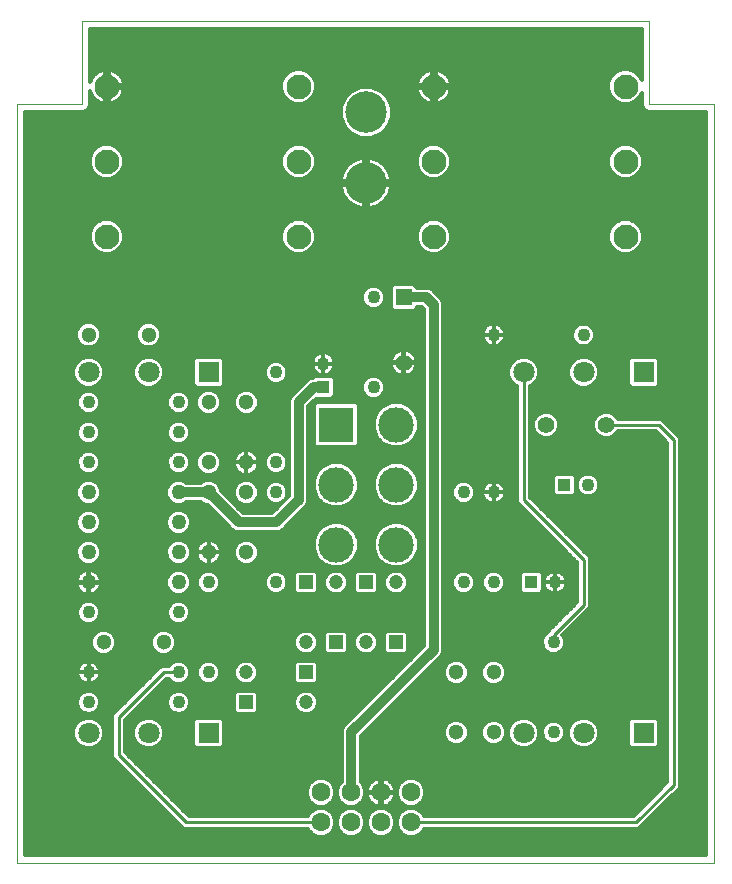
<source format=gtl>
G75*
%MOIN*%
%OFA0B0*%
%FSLAX25Y25*%
%IPPOS*%
%LPD*%
%AMOC8*
5,1,8,0,0,1.08239X$1,22.5*
%
%ADD10R,0.07087X0.07087*%
%ADD11C,0.07087*%
%ADD12C,0.05118*%
%ADD13R,0.04331X0.04331*%
%ADD14C,0.04331*%
%ADD15C,0.08268*%
%ADD16C,0.13843*%
%ADD17C,0.06299*%
%ADD18C,0.00000*%
%ADD19C,0.05512*%
%ADD20R,0.05512X0.05512*%
%ADD21C,0.05000*%
%ADD22R,0.11811X0.11811*%
%ADD23C,0.11811*%
%ADD24C,0.04724*%
%ADD25R,0.04724X0.04724*%
%ADD26C,0.03200*%
%ADD27C,0.01200*%
%ADD28C,0.03346*%
%ADD29C,0.01000*%
D10*
X0069100Y0048913D03*
X0069100Y0169163D03*
X0214100Y0169163D03*
X0214100Y0048913D03*
D11*
X0194100Y0048913D03*
X0174100Y0048913D03*
X0174100Y0169163D03*
X0194100Y0169163D03*
X0049100Y0169163D03*
X0029100Y0169163D03*
X0029100Y0048913D03*
X0049100Y0048913D03*
D12*
X0054100Y0079100D03*
X0034100Y0079100D03*
X0069100Y0109100D03*
X0081600Y0109100D03*
X0081600Y0129100D03*
X0081600Y0139100D03*
X0069100Y0139100D03*
X0069100Y0129100D03*
X0069100Y0159100D03*
X0081600Y0159100D03*
X0049100Y0181600D03*
X0029100Y0181600D03*
X0151600Y0069100D03*
X0164100Y0069100D03*
X0164100Y0049100D03*
X0151600Y0049100D03*
D13*
X0176670Y0099105D03*
X0187660Y0131600D03*
X0107345Y0164170D03*
D14*
X0107348Y0172030D03*
X0091600Y0169100D03*
X0091600Y0139100D03*
X0091600Y0129100D03*
X0091600Y0099100D03*
X0069100Y0099100D03*
X0059100Y0089100D03*
X0059100Y0069100D03*
X0059100Y0059100D03*
X0069100Y0069100D03*
X0029100Y0069100D03*
X0029100Y0059100D03*
X0029100Y0089100D03*
X0029100Y0139100D03*
X0029100Y0149100D03*
X0029100Y0159100D03*
X0059100Y0159100D03*
X0059100Y0149100D03*
X0059100Y0139100D03*
X0124100Y0164100D03*
X0124100Y0194100D03*
X0164100Y0181600D03*
X0194100Y0181600D03*
X0195540Y0131600D03*
X0184530Y0099102D03*
X0184100Y0079100D03*
X0164100Y0099100D03*
X0154100Y0099100D03*
X0154100Y0129100D03*
X0164100Y0129100D03*
X0184100Y0049100D03*
D15*
X0208049Y0214350D03*
X0208049Y0239350D03*
X0208049Y0264350D03*
X0144151Y0264350D03*
X0144151Y0239350D03*
X0144151Y0214350D03*
X0099049Y0214350D03*
X0099049Y0239350D03*
X0099049Y0264350D03*
X0035151Y0264350D03*
X0035151Y0239350D03*
X0035151Y0214350D03*
D16*
X0121600Y0232188D03*
X0121600Y0255810D03*
D17*
X0116600Y0029100D03*
X0116600Y0019100D03*
X0106600Y0019100D03*
X0106600Y0029100D03*
X0126600Y0029100D03*
X0126600Y0019100D03*
X0136600Y0019100D03*
X0136600Y0029100D03*
D18*
X0237633Y0005600D02*
X0005350Y0005600D01*
X0005350Y0258631D01*
X0027004Y0258631D01*
X0027004Y0286191D01*
X0215980Y0286191D01*
X0215980Y0258631D01*
X0237633Y0258631D01*
X0237633Y0005600D01*
D19*
X0201600Y0151600D03*
X0181600Y0151600D03*
X0134100Y0172350D03*
D20*
X0134100Y0194100D03*
D21*
X0059100Y0129100D03*
X0059100Y0119100D03*
X0059100Y0109100D03*
X0059100Y0099100D03*
X0029100Y0099100D03*
X0029100Y0109100D03*
X0029100Y0119100D03*
X0029100Y0129100D03*
D22*
X0111600Y0151600D03*
D23*
X0111600Y0131600D03*
X0111600Y0111600D03*
X0131600Y0111600D03*
X0131600Y0131600D03*
X0131600Y0151600D03*
D24*
X0131600Y0099100D03*
X0121600Y0079100D03*
X0111600Y0099100D03*
X0101600Y0079100D03*
X0101600Y0059100D03*
X0081600Y0069100D03*
D25*
X0081600Y0059100D03*
X0101600Y0069100D03*
X0111600Y0079100D03*
X0101600Y0099100D03*
X0121600Y0099100D03*
X0131600Y0079100D03*
D26*
X0144100Y0076600D02*
X0116600Y0049100D01*
X0116600Y0029100D01*
X0144100Y0076600D02*
X0144100Y0191600D01*
X0141600Y0194100D01*
X0134100Y0194100D01*
X0107345Y0164170D02*
X0107275Y0164100D01*
X0104100Y0164100D01*
X0099100Y0159100D01*
X0099100Y0126600D01*
X0091600Y0119100D01*
X0079100Y0119100D01*
X0069100Y0129100D01*
X0059100Y0129100D01*
D27*
X0056260Y0126142D02*
X0031940Y0126142D01*
X0031422Y0125624D02*
X0032576Y0126778D01*
X0033200Y0128284D01*
X0033200Y0129916D01*
X0032576Y0131422D01*
X0031422Y0132576D01*
X0029916Y0133200D01*
X0028284Y0133200D01*
X0026778Y0132576D01*
X0025624Y0131422D01*
X0025000Y0129916D01*
X0025000Y0128284D01*
X0025624Y0126778D01*
X0026778Y0125624D01*
X0028284Y0125000D01*
X0029916Y0125000D01*
X0031422Y0125624D01*
X0032809Y0127341D02*
X0055391Y0127341D01*
X0055624Y0126778D02*
X0056778Y0125624D01*
X0058284Y0125000D01*
X0059916Y0125000D01*
X0061422Y0125624D01*
X0061698Y0125900D01*
X0066418Y0125900D01*
X0066744Y0125574D01*
X0068273Y0124941D01*
X0068734Y0124941D01*
X0077287Y0116387D01*
X0078463Y0115900D01*
X0092237Y0115900D01*
X0093413Y0116387D01*
X0100913Y0123887D01*
X0101813Y0124787D01*
X0102300Y0125963D01*
X0102300Y0157775D01*
X0104930Y0160405D01*
X0110173Y0160405D01*
X0111110Y0161342D01*
X0111110Y0166998D01*
X0110173Y0167935D01*
X0104517Y0167935D01*
X0103882Y0167300D01*
X0103463Y0167300D01*
X0102287Y0166813D01*
X0101387Y0165913D01*
X0096387Y0160913D01*
X0095900Y0159737D01*
X0095900Y0127925D01*
X0090275Y0122300D01*
X0080425Y0122300D01*
X0073259Y0129466D01*
X0073259Y0129927D01*
X0072626Y0131456D01*
X0071456Y0132626D01*
X0069927Y0133259D01*
X0068273Y0133259D01*
X0066744Y0132626D01*
X0066418Y0132300D01*
X0061698Y0132300D01*
X0061422Y0132576D01*
X0059916Y0133200D01*
X0058284Y0133200D01*
X0056778Y0132576D01*
X0055624Y0131422D01*
X0055000Y0129916D01*
X0055000Y0128284D01*
X0055624Y0126778D01*
X0055000Y0128539D02*
X0033200Y0128539D01*
X0033200Y0129738D02*
X0055000Y0129738D01*
X0055423Y0130936D02*
X0032777Y0130936D01*
X0031863Y0132135D02*
X0056336Y0132135D01*
X0057396Y0135730D02*
X0030804Y0135730D01*
X0031233Y0135908D02*
X0032292Y0136967D01*
X0032865Y0138351D01*
X0032865Y0139849D01*
X0032292Y0141233D01*
X0031233Y0142292D01*
X0029849Y0142865D01*
X0028351Y0142865D01*
X0026967Y0142292D01*
X0025908Y0141233D01*
X0025335Y0139849D01*
X0025335Y0138351D01*
X0025908Y0136967D01*
X0026967Y0135908D01*
X0028351Y0135335D01*
X0029849Y0135335D01*
X0031233Y0135908D01*
X0032254Y0136929D02*
X0055946Y0136929D01*
X0055908Y0136967D02*
X0056967Y0135908D01*
X0058351Y0135335D01*
X0059849Y0135335D01*
X0061233Y0135908D01*
X0062292Y0136967D01*
X0062865Y0138351D01*
X0062865Y0139849D01*
X0062292Y0141233D01*
X0061233Y0142292D01*
X0059849Y0142865D01*
X0058351Y0142865D01*
X0056967Y0142292D01*
X0055908Y0141233D01*
X0055335Y0139849D01*
X0055335Y0138351D01*
X0055908Y0136967D01*
X0055427Y0138127D02*
X0032773Y0138127D01*
X0032865Y0139326D02*
X0055335Y0139326D01*
X0055614Y0140524D02*
X0032586Y0140524D01*
X0031802Y0141723D02*
X0056398Y0141723D01*
X0058351Y0145335D02*
X0059849Y0145335D01*
X0061233Y0145908D01*
X0062292Y0146967D01*
X0062865Y0148351D01*
X0062865Y0149849D01*
X0062292Y0151233D01*
X0061233Y0152292D01*
X0059849Y0152865D01*
X0058351Y0152865D01*
X0056967Y0152292D01*
X0055908Y0151233D01*
X0055335Y0149849D01*
X0055335Y0148351D01*
X0055908Y0146967D01*
X0056967Y0145908D01*
X0058351Y0145335D01*
X0056358Y0146517D02*
X0031842Y0146517D01*
X0032292Y0146967D02*
X0032865Y0148351D01*
X0032865Y0149849D01*
X0032292Y0151233D01*
X0031233Y0152292D01*
X0029849Y0152865D01*
X0028351Y0152865D01*
X0026967Y0152292D01*
X0025908Y0151233D01*
X0025335Y0149849D01*
X0025335Y0148351D01*
X0025908Y0146967D01*
X0026967Y0145908D01*
X0028351Y0145335D01*
X0029849Y0145335D01*
X0031233Y0145908D01*
X0032292Y0146967D01*
X0032602Y0147715D02*
X0055598Y0147715D01*
X0055335Y0148914D02*
X0032865Y0148914D01*
X0032756Y0150112D02*
X0055444Y0150112D01*
X0055986Y0151311D02*
X0032214Y0151311D01*
X0030708Y0152509D02*
X0057492Y0152509D01*
X0058351Y0155335D02*
X0059849Y0155335D01*
X0061233Y0155908D01*
X0062292Y0156967D01*
X0062865Y0158351D01*
X0062865Y0159849D01*
X0062292Y0161233D01*
X0061233Y0162292D01*
X0059849Y0162865D01*
X0058351Y0162865D01*
X0056967Y0162292D01*
X0055908Y0161233D01*
X0055335Y0159849D01*
X0055335Y0158351D01*
X0055908Y0156967D01*
X0056967Y0155908D01*
X0058351Y0155335D01*
X0056770Y0156105D02*
X0031430Y0156105D01*
X0031233Y0155908D02*
X0032292Y0156967D01*
X0032865Y0158351D01*
X0032865Y0159849D01*
X0032292Y0161233D01*
X0031233Y0162292D01*
X0029849Y0162865D01*
X0028351Y0162865D01*
X0026967Y0162292D01*
X0025908Y0161233D01*
X0025335Y0159849D01*
X0025335Y0158351D01*
X0025908Y0156967D01*
X0026967Y0155908D01*
X0028351Y0155335D01*
X0029849Y0155335D01*
X0031233Y0155908D01*
X0032431Y0157303D02*
X0055769Y0157303D01*
X0055335Y0158502D02*
X0032865Y0158502D01*
X0032865Y0159701D02*
X0055335Y0159701D01*
X0055770Y0160899D02*
X0032430Y0160899D01*
X0031427Y0162098D02*
X0056773Y0162098D01*
X0053726Y0166892D02*
X0063957Y0166892D01*
X0063957Y0168090D02*
X0054223Y0168090D01*
X0054243Y0168140D02*
X0053460Y0166250D01*
X0052013Y0164803D01*
X0050123Y0164020D01*
X0048077Y0164020D01*
X0046187Y0164803D01*
X0044740Y0166250D01*
X0043957Y0168140D01*
X0043957Y0170186D01*
X0044740Y0172076D01*
X0046187Y0173523D01*
X0048077Y0174306D01*
X0050123Y0174306D01*
X0052013Y0173523D01*
X0053460Y0172076D01*
X0054243Y0170186D01*
X0054243Y0168140D01*
X0054243Y0169289D02*
X0063957Y0169289D01*
X0063957Y0170487D02*
X0054119Y0170487D01*
X0053622Y0171686D02*
X0063957Y0171686D01*
X0063957Y0172884D02*
X0052653Y0172884D01*
X0050663Y0174083D02*
X0064670Y0174083D01*
X0064894Y0174306D02*
X0063957Y0173369D01*
X0063957Y0164957D01*
X0064894Y0164020D01*
X0073306Y0164020D01*
X0074243Y0164957D01*
X0074243Y0173369D01*
X0073306Y0174306D01*
X0064894Y0174306D01*
X0063957Y0165693D02*
X0052904Y0165693D01*
X0051270Y0164495D02*
X0064419Y0164495D01*
X0066744Y0162626D02*
X0065574Y0161456D01*
X0064941Y0159927D01*
X0064941Y0158273D01*
X0065574Y0156744D01*
X0066744Y0155574D01*
X0068273Y0154941D01*
X0069927Y0154941D01*
X0071456Y0155574D01*
X0072626Y0156744D01*
X0073259Y0158273D01*
X0073259Y0159927D01*
X0072626Y0161456D01*
X0071456Y0162626D01*
X0069927Y0163259D01*
X0068273Y0163259D01*
X0066744Y0162626D01*
X0066216Y0162098D02*
X0061427Y0162098D01*
X0062430Y0160899D02*
X0065343Y0160899D01*
X0064941Y0159701D02*
X0062865Y0159701D01*
X0062865Y0158502D02*
X0064941Y0158502D01*
X0065342Y0157303D02*
X0062431Y0157303D01*
X0061430Y0156105D02*
X0066213Y0156105D01*
X0071987Y0156105D02*
X0078713Y0156105D01*
X0079244Y0155574D02*
X0080773Y0154941D01*
X0082427Y0154941D01*
X0083956Y0155574D01*
X0085126Y0156744D01*
X0085759Y0158273D01*
X0085759Y0159927D01*
X0085126Y0161456D01*
X0083956Y0162626D01*
X0082427Y0163259D01*
X0080773Y0163259D01*
X0079244Y0162626D01*
X0078074Y0161456D01*
X0077441Y0159927D01*
X0077441Y0158273D01*
X0078074Y0156744D01*
X0079244Y0155574D01*
X0077842Y0157303D02*
X0072858Y0157303D01*
X0073259Y0158502D02*
X0077441Y0158502D01*
X0077441Y0159701D02*
X0073259Y0159701D01*
X0072857Y0160899D02*
X0077843Y0160899D01*
X0078716Y0162098D02*
X0071984Y0162098D01*
X0073781Y0164495D02*
X0099969Y0164495D01*
X0101168Y0165693D02*
X0093214Y0165693D01*
X0093733Y0165908D02*
X0094792Y0166967D01*
X0095365Y0168351D01*
X0095365Y0169849D01*
X0094792Y0171233D01*
X0093733Y0172292D01*
X0092349Y0172865D01*
X0090851Y0172865D01*
X0089467Y0172292D01*
X0088408Y0171233D01*
X0087835Y0169849D01*
X0087835Y0168351D01*
X0088408Y0166967D01*
X0089467Y0165908D01*
X0090851Y0165335D01*
X0092349Y0165335D01*
X0093733Y0165908D01*
X0094717Y0166892D02*
X0102477Y0166892D01*
X0104764Y0169289D02*
X0095365Y0169289D01*
X0095257Y0168090D02*
X0133151Y0168090D01*
X0133080Y0168101D02*
X0133757Y0167994D01*
X0134011Y0167994D01*
X0134011Y0172261D01*
X0129744Y0172261D01*
X0129744Y0172007D01*
X0129851Y0171330D01*
X0130063Y0170678D01*
X0130374Y0170067D01*
X0130777Y0169512D01*
X0131262Y0169027D01*
X0131817Y0168624D01*
X0132428Y0168313D01*
X0133080Y0168101D01*
X0134011Y0168090D02*
X0134189Y0168090D01*
X0134189Y0167994D02*
X0134443Y0167994D01*
X0135120Y0168101D01*
X0135772Y0168313D01*
X0136383Y0168624D01*
X0136938Y0169027D01*
X0137422Y0169512D01*
X0137825Y0170067D01*
X0138137Y0170678D01*
X0138349Y0171330D01*
X0138456Y0172007D01*
X0138456Y0172261D01*
X0134189Y0172261D01*
X0134189Y0172439D01*
X0134011Y0172439D01*
X0134011Y0176706D01*
X0133757Y0176706D01*
X0133080Y0176599D01*
X0132428Y0176387D01*
X0131817Y0176075D01*
X0131262Y0175672D01*
X0130777Y0175188D01*
X0130374Y0174633D01*
X0130063Y0174022D01*
X0129851Y0173370D01*
X0129744Y0172693D01*
X0129744Y0172439D01*
X0134011Y0172439D01*
X0134011Y0172261D01*
X0134189Y0172261D01*
X0134189Y0167994D01*
X0135049Y0168090D02*
X0140900Y0168090D01*
X0140900Y0166892D02*
X0126633Y0166892D01*
X0126233Y0167292D02*
X0127292Y0166233D01*
X0127865Y0164849D01*
X0127865Y0163351D01*
X0127292Y0161967D01*
X0126233Y0160908D01*
X0124849Y0160335D01*
X0123351Y0160335D01*
X0121967Y0160908D01*
X0120908Y0161967D01*
X0120335Y0163351D01*
X0120335Y0164849D01*
X0120908Y0166233D01*
X0121967Y0167292D01*
X0123351Y0167865D01*
X0124849Y0167865D01*
X0126233Y0167292D01*
X0127516Y0165693D02*
X0140900Y0165693D01*
X0140900Y0164495D02*
X0127865Y0164495D01*
X0127843Y0163296D02*
X0140900Y0163296D01*
X0140900Y0162098D02*
X0127346Y0162098D01*
X0126212Y0160899D02*
X0140900Y0160899D01*
X0140900Y0159701D02*
X0104226Y0159701D01*
X0105032Y0159105D02*
X0104094Y0158168D01*
X0104094Y0145032D01*
X0105032Y0144094D01*
X0118168Y0144094D01*
X0119105Y0145032D01*
X0119105Y0158168D01*
X0118168Y0159105D01*
X0105032Y0159105D01*
X0104428Y0158502D02*
X0103027Y0158502D01*
X0102300Y0157303D02*
X0104094Y0157303D01*
X0104094Y0156105D02*
X0102300Y0156105D01*
X0102300Y0154906D02*
X0104094Y0154906D01*
X0104094Y0153708D02*
X0102300Y0153708D01*
X0102300Y0152509D02*
X0104094Y0152509D01*
X0104094Y0151311D02*
X0102300Y0151311D01*
X0102300Y0150112D02*
X0104094Y0150112D01*
X0104094Y0148914D02*
X0102300Y0148914D01*
X0102300Y0147715D02*
X0104094Y0147715D01*
X0104094Y0146517D02*
X0102300Y0146517D01*
X0102300Y0145318D02*
X0104094Y0145318D01*
X0105006Y0144120D02*
X0102300Y0144120D01*
X0102300Y0142921D02*
X0140900Y0142921D01*
X0140900Y0141723D02*
X0102300Y0141723D01*
X0102300Y0140524D02*
X0140900Y0140524D01*
X0140900Y0139326D02*
X0102300Y0139326D01*
X0102300Y0138127D02*
X0107745Y0138127D01*
X0107348Y0137963D02*
X0105237Y0135852D01*
X0104094Y0133093D01*
X0104094Y0130107D01*
X0105237Y0127348D01*
X0107348Y0125237D01*
X0110107Y0124094D01*
X0113093Y0124094D01*
X0115852Y0125237D01*
X0117963Y0127348D01*
X0119105Y0130107D01*
X0119105Y0133093D01*
X0117963Y0135852D01*
X0115852Y0137963D01*
X0113093Y0139105D01*
X0110107Y0139105D01*
X0107348Y0137963D01*
X0106314Y0136929D02*
X0102300Y0136929D01*
X0102300Y0135730D02*
X0105187Y0135730D01*
X0104690Y0134532D02*
X0102300Y0134532D01*
X0102300Y0133333D02*
X0104194Y0133333D01*
X0104094Y0132135D02*
X0102300Y0132135D01*
X0102300Y0130936D02*
X0104094Y0130936D01*
X0104247Y0129738D02*
X0102300Y0129738D01*
X0102300Y0128539D02*
X0104744Y0128539D01*
X0105245Y0127341D02*
X0102300Y0127341D01*
X0102300Y0126142D02*
X0106443Y0126142D01*
X0108057Y0124944D02*
X0101878Y0124944D01*
X0100913Y0123887D02*
X0100913Y0123887D01*
X0100771Y0123745D02*
X0140900Y0123745D01*
X0140900Y0122547D02*
X0099572Y0122547D01*
X0098374Y0121348D02*
X0140900Y0121348D01*
X0140900Y0120150D02*
X0097175Y0120150D01*
X0095977Y0118951D02*
X0109734Y0118951D01*
X0110107Y0119105D02*
X0107348Y0117963D01*
X0105237Y0115852D01*
X0104094Y0113093D01*
X0104094Y0110107D01*
X0105237Y0107348D01*
X0107348Y0105237D01*
X0110107Y0104094D01*
X0113093Y0104094D01*
X0115852Y0105237D01*
X0117963Y0107348D01*
X0119105Y0110107D01*
X0119105Y0113093D01*
X0117963Y0115852D01*
X0115852Y0117963D01*
X0113093Y0119105D01*
X0110107Y0119105D01*
X0107138Y0117753D02*
X0094778Y0117753D01*
X0093580Y0116554D02*
X0105940Y0116554D01*
X0105032Y0115356D02*
X0060774Y0115356D01*
X0061422Y0115624D02*
X0059916Y0115000D01*
X0058284Y0115000D01*
X0056778Y0115624D01*
X0055624Y0116778D01*
X0055000Y0118284D01*
X0055000Y0119916D01*
X0055624Y0121422D01*
X0056778Y0122576D01*
X0058284Y0123200D01*
X0059916Y0123200D01*
X0061422Y0122576D01*
X0062576Y0121422D01*
X0063200Y0119916D01*
X0063200Y0118284D01*
X0062576Y0116778D01*
X0061422Y0115624D01*
X0062352Y0116554D02*
X0077120Y0116554D01*
X0075922Y0117753D02*
X0062980Y0117753D01*
X0063200Y0118951D02*
X0074723Y0118951D01*
X0073525Y0120150D02*
X0063103Y0120150D01*
X0062607Y0121348D02*
X0072326Y0121348D01*
X0071128Y0122547D02*
X0061452Y0122547D01*
X0056748Y0122547D02*
X0031452Y0122547D01*
X0031422Y0122576D02*
X0029916Y0123200D01*
X0028284Y0123200D01*
X0026778Y0122576D01*
X0025624Y0121422D01*
X0025000Y0119916D01*
X0025000Y0118284D01*
X0025624Y0116778D01*
X0026778Y0115624D01*
X0028284Y0115000D01*
X0029916Y0115000D01*
X0031422Y0115624D01*
X0032576Y0116778D01*
X0033200Y0118284D01*
X0033200Y0119916D01*
X0032576Y0121422D01*
X0031422Y0122576D01*
X0032607Y0121348D02*
X0055593Y0121348D01*
X0055097Y0120150D02*
X0033103Y0120150D01*
X0033200Y0118951D02*
X0055000Y0118951D01*
X0055220Y0117753D02*
X0032980Y0117753D01*
X0032352Y0116554D02*
X0055848Y0116554D01*
X0057426Y0115356D02*
X0030774Y0115356D01*
X0029916Y0113200D02*
X0028284Y0113200D01*
X0026778Y0112576D01*
X0025624Y0111422D01*
X0025000Y0109916D01*
X0025000Y0108284D01*
X0025624Y0106778D01*
X0026778Y0105624D01*
X0028284Y0105000D01*
X0029916Y0105000D01*
X0031422Y0105624D01*
X0032576Y0106778D01*
X0033200Y0108284D01*
X0033200Y0109916D01*
X0032576Y0111422D01*
X0031422Y0112576D01*
X0029916Y0113200D01*
X0030498Y0112959D02*
X0057702Y0112959D01*
X0058284Y0113200D02*
X0056778Y0112576D01*
X0055624Y0111422D01*
X0055000Y0109916D01*
X0055000Y0108284D01*
X0055624Y0106778D01*
X0056778Y0105624D01*
X0058284Y0105000D01*
X0059916Y0105000D01*
X0061422Y0105624D01*
X0062576Y0106778D01*
X0063200Y0108284D01*
X0063200Y0109916D01*
X0062576Y0111422D01*
X0061422Y0112576D01*
X0059916Y0113200D01*
X0058284Y0113200D01*
X0060498Y0112959D02*
X0067517Y0112959D01*
X0067503Y0112954D02*
X0066920Y0112657D01*
X0066391Y0112272D01*
X0065928Y0111809D01*
X0065543Y0111280D01*
X0065246Y0110697D01*
X0065043Y0110074D01*
X0064941Y0109427D01*
X0064941Y0109100D01*
X0069100Y0109100D01*
X0069100Y0109100D01*
X0069100Y0113259D01*
X0069427Y0113259D01*
X0070074Y0113157D01*
X0070697Y0112954D01*
X0071280Y0112657D01*
X0071809Y0112272D01*
X0072272Y0111809D01*
X0072657Y0111280D01*
X0072954Y0110697D01*
X0073157Y0110074D01*
X0073259Y0109427D01*
X0073259Y0109100D01*
X0069100Y0109100D01*
X0069100Y0109100D01*
X0069100Y0109100D01*
X0069100Y0113259D01*
X0068773Y0113259D01*
X0068126Y0113157D01*
X0067503Y0112954D01*
X0069100Y0112959D02*
X0069100Y0112959D01*
X0069100Y0111760D02*
X0069100Y0111760D01*
X0069100Y0110562D02*
X0069100Y0110562D01*
X0069100Y0109363D02*
X0069100Y0109363D01*
X0069100Y0109100D02*
X0064941Y0109100D01*
X0064941Y0108773D01*
X0065043Y0108126D01*
X0065246Y0107503D01*
X0065543Y0106920D01*
X0065928Y0106391D01*
X0066391Y0105928D01*
X0066920Y0105543D01*
X0067503Y0105246D01*
X0068126Y0105043D01*
X0068773Y0104941D01*
X0069100Y0104941D01*
X0069427Y0104941D01*
X0070074Y0105043D01*
X0070697Y0105246D01*
X0071280Y0105543D01*
X0071809Y0105928D01*
X0072272Y0106391D01*
X0072657Y0106920D01*
X0072954Y0107503D01*
X0073157Y0108126D01*
X0073259Y0108773D01*
X0073259Y0109100D01*
X0069100Y0109100D01*
X0069100Y0104941D01*
X0069100Y0109100D01*
X0069100Y0109100D01*
X0069100Y0108165D02*
X0069100Y0108165D01*
X0069100Y0106966D02*
X0069100Y0106966D01*
X0069100Y0105768D02*
X0069100Y0105768D01*
X0071589Y0105768D02*
X0079051Y0105768D01*
X0079244Y0105574D02*
X0080773Y0104941D01*
X0082427Y0104941D01*
X0083956Y0105574D01*
X0085126Y0106744D01*
X0085759Y0108273D01*
X0085759Y0109927D01*
X0085126Y0111456D01*
X0083956Y0112626D01*
X0082427Y0113259D01*
X0080773Y0113259D01*
X0079244Y0112626D01*
X0078074Y0111456D01*
X0077441Y0109927D01*
X0077441Y0108273D01*
X0078074Y0106744D01*
X0079244Y0105574D01*
X0077982Y0106966D02*
X0072680Y0106966D01*
X0073163Y0108165D02*
X0077486Y0108165D01*
X0077441Y0109363D02*
X0073259Y0109363D01*
X0072998Y0110562D02*
X0077704Y0110562D01*
X0078378Y0111760D02*
X0072308Y0111760D01*
X0070683Y0112959D02*
X0080047Y0112959D01*
X0083153Y0112959D02*
X0104094Y0112959D01*
X0104094Y0111760D02*
X0084822Y0111760D01*
X0085496Y0110562D02*
X0104094Y0110562D01*
X0104403Y0109363D02*
X0085759Y0109363D01*
X0085714Y0108165D02*
X0104899Y0108165D01*
X0105620Y0106966D02*
X0085218Y0106966D01*
X0084149Y0105768D02*
X0106818Y0105768D01*
X0108961Y0104569D02*
X0007950Y0104569D01*
X0007950Y0103370D02*
X0140900Y0103370D01*
X0140900Y0102172D02*
X0134131Y0102172D01*
X0133844Y0102459D02*
X0132388Y0103062D01*
X0130812Y0103062D01*
X0129356Y0102459D01*
X0128241Y0101344D01*
X0127638Y0099888D01*
X0127638Y0098312D01*
X0128241Y0096856D01*
X0129356Y0095741D01*
X0130812Y0095138D01*
X0132388Y0095138D01*
X0133844Y0095741D01*
X0134959Y0096856D01*
X0135562Y0098312D01*
X0135562Y0099888D01*
X0134959Y0101344D01*
X0133844Y0102459D01*
X0133093Y0104094D02*
X0135852Y0105237D01*
X0137963Y0107348D01*
X0139105Y0110107D01*
X0139105Y0113093D01*
X0137963Y0115852D01*
X0135852Y0117963D01*
X0133093Y0119105D01*
X0130107Y0119105D01*
X0127348Y0117963D01*
X0125237Y0115852D01*
X0124094Y0113093D01*
X0124094Y0110107D01*
X0125237Y0107348D01*
X0127348Y0105237D01*
X0130107Y0104094D01*
X0133093Y0104094D01*
X0134238Y0104569D02*
X0140900Y0104569D01*
X0140900Y0105768D02*
X0136382Y0105768D01*
X0137580Y0106966D02*
X0140900Y0106966D01*
X0140900Y0108165D02*
X0138301Y0108165D01*
X0138797Y0109363D02*
X0140900Y0109363D01*
X0140900Y0110562D02*
X0139105Y0110562D01*
X0139105Y0111760D02*
X0140900Y0111760D01*
X0140900Y0112959D02*
X0139105Y0112959D01*
X0138665Y0114157D02*
X0140900Y0114157D01*
X0140900Y0115356D02*
X0138168Y0115356D01*
X0137260Y0116554D02*
X0140900Y0116554D01*
X0140900Y0117753D02*
X0136062Y0117753D01*
X0133466Y0118951D02*
X0140900Y0118951D01*
X0140900Y0124944D02*
X0135143Y0124944D01*
X0135852Y0125237D02*
X0137963Y0127348D01*
X0139105Y0130107D01*
X0139105Y0133093D01*
X0137963Y0135852D01*
X0135852Y0137963D01*
X0133093Y0139105D01*
X0130107Y0139105D01*
X0127348Y0137963D01*
X0125237Y0135852D01*
X0124094Y0133093D01*
X0124094Y0130107D01*
X0125237Y0127348D01*
X0127348Y0125237D01*
X0130107Y0124094D01*
X0133093Y0124094D01*
X0135852Y0125237D01*
X0136757Y0126142D02*
X0140900Y0126142D01*
X0140900Y0127341D02*
X0137955Y0127341D01*
X0138456Y0128539D02*
X0140900Y0128539D01*
X0140900Y0129738D02*
X0138953Y0129738D01*
X0139105Y0130936D02*
X0140900Y0130936D01*
X0140900Y0132135D02*
X0139105Y0132135D01*
X0139006Y0133333D02*
X0140900Y0133333D01*
X0140900Y0134532D02*
X0138510Y0134532D01*
X0138013Y0135730D02*
X0140900Y0135730D01*
X0140900Y0136929D02*
X0136886Y0136929D01*
X0135455Y0138127D02*
X0140900Y0138127D01*
X0140900Y0144120D02*
X0133154Y0144120D01*
X0133093Y0144094D02*
X0135852Y0145237D01*
X0137963Y0147348D01*
X0139105Y0150107D01*
X0139105Y0153093D01*
X0137963Y0155852D01*
X0135852Y0157963D01*
X0133093Y0159105D01*
X0130107Y0159105D01*
X0127348Y0157963D01*
X0125237Y0155852D01*
X0124094Y0153093D01*
X0124094Y0150107D01*
X0125237Y0147348D01*
X0127348Y0145237D01*
X0130107Y0144094D01*
X0133093Y0144094D01*
X0130046Y0144120D02*
X0118194Y0144120D01*
X0119105Y0145318D02*
X0127267Y0145318D01*
X0126069Y0146517D02*
X0119105Y0146517D01*
X0119105Y0147715D02*
X0125085Y0147715D01*
X0124589Y0148914D02*
X0119105Y0148914D01*
X0119105Y0150112D02*
X0124094Y0150112D01*
X0124094Y0151311D02*
X0119105Y0151311D01*
X0119105Y0152509D02*
X0124094Y0152509D01*
X0124349Y0153708D02*
X0119105Y0153708D01*
X0119105Y0154906D02*
X0124846Y0154906D01*
X0125491Y0156105D02*
X0119105Y0156105D01*
X0119105Y0157303D02*
X0126689Y0157303D01*
X0128650Y0158502D02*
X0118772Y0158502D01*
X0120854Y0162098D02*
X0111110Y0162098D01*
X0111110Y0163296D02*
X0120357Y0163296D01*
X0120335Y0164495D02*
X0111110Y0164495D01*
X0111110Y0165693D02*
X0120684Y0165693D01*
X0121567Y0166892D02*
X0111110Y0166892D01*
X0109748Y0169105D02*
X0109131Y0168693D01*
X0108446Y0168409D01*
X0107718Y0168265D01*
X0107348Y0168265D01*
X0107348Y0172030D01*
X0111113Y0172030D01*
X0111113Y0172401D01*
X0110968Y0173128D01*
X0110684Y0173814D01*
X0110272Y0174430D01*
X0109748Y0174955D01*
X0109131Y0175367D01*
X0108446Y0175651D01*
X0107718Y0175795D01*
X0107348Y0175795D01*
X0107348Y0172030D01*
X0107348Y0172030D01*
X0111113Y0172030D01*
X0111113Y0171659D01*
X0110968Y0170932D01*
X0110684Y0170246D01*
X0110272Y0169630D01*
X0109748Y0169105D01*
X0109931Y0169289D02*
X0131001Y0169289D01*
X0130160Y0170487D02*
X0110784Y0170487D01*
X0111113Y0171686D02*
X0129795Y0171686D01*
X0129774Y0172884D02*
X0111017Y0172884D01*
X0110505Y0174083D02*
X0130094Y0174083D01*
X0130871Y0175281D02*
X0109259Y0175281D01*
X0107348Y0175281D02*
X0107347Y0175281D01*
X0107347Y0175795D02*
X0106977Y0175795D01*
X0106249Y0175651D01*
X0105564Y0175367D01*
X0104947Y0174955D01*
X0104423Y0174430D01*
X0104011Y0173814D01*
X0103727Y0173128D01*
X0103582Y0172401D01*
X0103582Y0172030D01*
X0107347Y0172030D01*
X0103582Y0172030D01*
X0103582Y0171659D01*
X0103727Y0170932D01*
X0104011Y0170246D01*
X0104423Y0169630D01*
X0104947Y0169105D01*
X0105564Y0168693D01*
X0106249Y0168409D01*
X0106977Y0168265D01*
X0107347Y0168265D01*
X0107347Y0172030D01*
X0107347Y0172030D01*
X0107347Y0175795D01*
X0107347Y0174083D02*
X0107348Y0174083D01*
X0107347Y0172884D02*
X0107348Y0172884D01*
X0107348Y0172030D02*
X0107347Y0172030D01*
X0107348Y0172030D01*
X0107347Y0171686D02*
X0107348Y0171686D01*
X0107347Y0170487D02*
X0107348Y0170487D01*
X0107347Y0169289D02*
X0107348Y0169289D01*
X0103911Y0170487D02*
X0095101Y0170487D01*
X0094339Y0171686D02*
X0103582Y0171686D01*
X0103678Y0172884D02*
X0074243Y0172884D01*
X0074243Y0171686D02*
X0088861Y0171686D01*
X0088099Y0170487D02*
X0074243Y0170487D01*
X0074243Y0169289D02*
X0087835Y0169289D01*
X0087943Y0168090D02*
X0074243Y0168090D01*
X0074243Y0166892D02*
X0088483Y0166892D01*
X0089986Y0165693D02*
X0074243Y0165693D01*
X0073530Y0174083D02*
X0104191Y0174083D01*
X0105436Y0175281D02*
X0007950Y0175281D01*
X0007950Y0174083D02*
X0027537Y0174083D01*
X0028077Y0174306D02*
X0026187Y0173523D01*
X0024740Y0172076D01*
X0023957Y0170186D01*
X0023957Y0168140D01*
X0024740Y0166250D01*
X0026187Y0164803D01*
X0028077Y0164020D01*
X0030123Y0164020D01*
X0032013Y0164803D01*
X0033460Y0166250D01*
X0034243Y0168140D01*
X0034243Y0170186D01*
X0033460Y0172076D01*
X0032013Y0173523D01*
X0030123Y0174306D01*
X0028077Y0174306D01*
X0030663Y0174083D02*
X0047537Y0174083D01*
X0045547Y0172884D02*
X0032653Y0172884D01*
X0033622Y0171686D02*
X0044578Y0171686D01*
X0044081Y0170487D02*
X0034119Y0170487D01*
X0034243Y0169289D02*
X0043957Y0169289D01*
X0043977Y0168090D02*
X0034223Y0168090D01*
X0033726Y0166892D02*
X0044474Y0166892D01*
X0045296Y0165693D02*
X0032904Y0165693D01*
X0031270Y0164495D02*
X0046930Y0164495D01*
X0048273Y0177441D02*
X0049927Y0177441D01*
X0051456Y0178074D01*
X0052626Y0179244D01*
X0053259Y0180773D01*
X0053259Y0182427D01*
X0052626Y0183956D01*
X0051456Y0185126D01*
X0049927Y0185759D01*
X0048273Y0185759D01*
X0046744Y0185126D01*
X0045574Y0183956D01*
X0044941Y0182427D01*
X0044941Y0180773D01*
X0045574Y0179244D01*
X0046744Y0178074D01*
X0048273Y0177441D01*
X0047700Y0177678D02*
X0030500Y0177678D01*
X0029927Y0177441D02*
X0031456Y0178074D01*
X0032626Y0179244D01*
X0033259Y0180773D01*
X0033259Y0182427D01*
X0032626Y0183956D01*
X0031456Y0185126D01*
X0029927Y0185759D01*
X0028273Y0185759D01*
X0026744Y0185126D01*
X0025574Y0183956D01*
X0024941Y0182427D01*
X0024941Y0180773D01*
X0025574Y0179244D01*
X0026744Y0178074D01*
X0028273Y0177441D01*
X0029927Y0177441D01*
X0027700Y0177678D02*
X0007950Y0177678D01*
X0007950Y0176480D02*
X0132714Y0176480D01*
X0134011Y0176480D02*
X0134189Y0176480D01*
X0134189Y0176706D02*
X0134189Y0172439D01*
X0138456Y0172439D01*
X0138456Y0172693D01*
X0138349Y0173370D01*
X0138137Y0174022D01*
X0137825Y0174633D01*
X0137422Y0175188D01*
X0136938Y0175672D01*
X0136383Y0176075D01*
X0135772Y0176387D01*
X0135120Y0176599D01*
X0134443Y0176706D01*
X0134189Y0176706D01*
X0135486Y0176480D02*
X0140900Y0176480D01*
X0140900Y0177678D02*
X0050500Y0177678D01*
X0052258Y0178877D02*
X0140900Y0178877D01*
X0140900Y0180075D02*
X0052970Y0180075D01*
X0053259Y0181274D02*
X0140900Y0181274D01*
X0140900Y0182472D02*
X0053240Y0182472D01*
X0052744Y0183671D02*
X0140900Y0183671D01*
X0140900Y0184869D02*
X0051713Y0184869D01*
X0046487Y0184869D02*
X0031713Y0184869D01*
X0032744Y0183671D02*
X0045456Y0183671D01*
X0044960Y0182472D02*
X0033240Y0182472D01*
X0033259Y0181274D02*
X0044941Y0181274D01*
X0045230Y0180075D02*
X0032970Y0180075D01*
X0032258Y0178877D02*
X0045942Y0178877D01*
X0026930Y0164495D02*
X0007950Y0164495D01*
X0007950Y0165693D02*
X0025296Y0165693D01*
X0024474Y0166892D02*
X0007950Y0166892D01*
X0007950Y0168090D02*
X0023977Y0168090D01*
X0023957Y0169289D02*
X0007950Y0169289D01*
X0007950Y0170487D02*
X0024081Y0170487D01*
X0024578Y0171686D02*
X0007950Y0171686D01*
X0007950Y0172884D02*
X0025547Y0172884D01*
X0025942Y0178877D02*
X0007950Y0178877D01*
X0007950Y0180075D02*
X0025230Y0180075D01*
X0024941Y0181274D02*
X0007950Y0181274D01*
X0007950Y0182472D02*
X0024960Y0182472D01*
X0025456Y0183671D02*
X0007950Y0183671D01*
X0007950Y0184869D02*
X0026487Y0184869D01*
X0007950Y0186068D02*
X0140900Y0186068D01*
X0140900Y0187266D02*
X0007950Y0187266D01*
X0007950Y0188465D02*
X0140900Y0188465D01*
X0140900Y0189663D02*
X0007950Y0189663D01*
X0007950Y0190862D02*
X0122078Y0190862D01*
X0121967Y0190908D02*
X0123351Y0190335D01*
X0124849Y0190335D01*
X0126233Y0190908D01*
X0127292Y0191967D01*
X0127865Y0193351D01*
X0127865Y0194849D01*
X0127292Y0196233D01*
X0126233Y0197292D01*
X0124849Y0197865D01*
X0123351Y0197865D01*
X0121967Y0197292D01*
X0120908Y0196233D01*
X0120335Y0194849D01*
X0120335Y0193351D01*
X0120908Y0191967D01*
X0121967Y0190908D01*
X0120869Y0192060D02*
X0007950Y0192060D01*
X0007950Y0193259D02*
X0120373Y0193259D01*
X0120335Y0194457D02*
X0007950Y0194457D01*
X0007950Y0195656D02*
X0120669Y0195656D01*
X0121529Y0196854D02*
X0007950Y0196854D01*
X0007950Y0198053D02*
X0130278Y0198053D01*
X0130681Y0198456D02*
X0129744Y0197519D01*
X0129744Y0190681D01*
X0130681Y0189744D01*
X0137519Y0189744D01*
X0138456Y0190681D01*
X0138456Y0190900D01*
X0140275Y0190900D01*
X0140900Y0190275D01*
X0140900Y0077925D01*
X0114787Y0051813D01*
X0113887Y0050913D01*
X0113400Y0049737D01*
X0113400Y0032617D01*
X0112573Y0031790D01*
X0111850Y0030045D01*
X0111850Y0028155D01*
X0112573Y0026410D01*
X0113910Y0025073D01*
X0115655Y0024350D01*
X0117545Y0024350D01*
X0119290Y0025073D01*
X0120627Y0026410D01*
X0121350Y0028155D01*
X0121350Y0030045D01*
X0120627Y0031790D01*
X0119800Y0032617D01*
X0119800Y0047775D01*
X0146813Y0074787D01*
X0147300Y0075963D01*
X0147300Y0192237D01*
X0146813Y0193413D01*
X0145913Y0194313D01*
X0143413Y0196813D01*
X0142237Y0197300D01*
X0138456Y0197300D01*
X0138456Y0197519D01*
X0137519Y0198456D01*
X0130681Y0198456D01*
X0129744Y0196854D02*
X0126671Y0196854D01*
X0127531Y0195656D02*
X0129744Y0195656D01*
X0129744Y0194457D02*
X0127865Y0194457D01*
X0127827Y0193259D02*
X0129744Y0193259D01*
X0129744Y0192060D02*
X0127331Y0192060D01*
X0126122Y0190862D02*
X0129744Y0190862D01*
X0138456Y0190862D02*
X0140313Y0190862D01*
X0144570Y0195656D02*
X0235033Y0195656D01*
X0235033Y0196854D02*
X0143312Y0196854D01*
X0145768Y0194457D02*
X0235033Y0194457D01*
X0235033Y0193259D02*
X0146877Y0193259D01*
X0147300Y0192060D02*
X0235033Y0192060D01*
X0235033Y0190862D02*
X0147300Y0190862D01*
X0147300Y0189663D02*
X0235033Y0189663D01*
X0235033Y0188465D02*
X0147300Y0188465D01*
X0147300Y0187266D02*
X0235033Y0187266D01*
X0235033Y0186068D02*
X0147300Y0186068D01*
X0147300Y0184869D02*
X0162215Y0184869D01*
X0162316Y0184937D02*
X0161700Y0184525D01*
X0161175Y0184000D01*
X0160763Y0183384D01*
X0160479Y0182698D01*
X0160335Y0181971D01*
X0160335Y0181600D01*
X0160335Y0181229D01*
X0160479Y0180502D01*
X0160763Y0179816D01*
X0161175Y0179200D01*
X0161700Y0178675D01*
X0162316Y0178263D01*
X0163002Y0177979D01*
X0163729Y0177835D01*
X0164100Y0177835D01*
X0164471Y0177835D01*
X0165198Y0177979D01*
X0165884Y0178263D01*
X0166500Y0178675D01*
X0167025Y0179200D01*
X0167437Y0179816D01*
X0167721Y0180502D01*
X0167865Y0181229D01*
X0167865Y0181600D01*
X0167865Y0181971D01*
X0167721Y0182698D01*
X0167437Y0183384D01*
X0167025Y0184000D01*
X0166500Y0184525D01*
X0165884Y0184937D01*
X0165198Y0185221D01*
X0164471Y0185365D01*
X0164100Y0185365D01*
X0163729Y0185365D01*
X0163002Y0185221D01*
X0162316Y0184937D01*
X0164100Y0184869D02*
X0164100Y0184869D01*
X0164100Y0185365D02*
X0164100Y0181600D01*
X0167865Y0181600D01*
X0164100Y0181600D01*
X0164100Y0181600D01*
X0164100Y0181600D01*
X0164100Y0185365D01*
X0164100Y0183671D02*
X0164100Y0183671D01*
X0164100Y0182472D02*
X0164100Y0182472D01*
X0164100Y0181600D02*
X0164100Y0181600D01*
X0164100Y0177835D01*
X0164100Y0181600D01*
X0164100Y0181600D01*
X0160335Y0181600D01*
X0164100Y0181600D01*
X0164100Y0181274D02*
X0164100Y0181274D01*
X0164100Y0180075D02*
X0164100Y0180075D01*
X0164100Y0178877D02*
X0164100Y0178877D01*
X0166702Y0178877D02*
X0191498Y0178877D01*
X0191967Y0178408D02*
X0190908Y0179467D01*
X0190335Y0180851D01*
X0190335Y0182349D01*
X0190908Y0183733D01*
X0191967Y0184792D01*
X0193351Y0185365D01*
X0194849Y0185365D01*
X0196233Y0184792D01*
X0197292Y0183733D01*
X0197865Y0182349D01*
X0197865Y0180851D01*
X0197292Y0179467D01*
X0196233Y0178408D01*
X0194849Y0177835D01*
X0193351Y0177835D01*
X0191967Y0178408D01*
X0190656Y0180075D02*
X0167544Y0180075D01*
X0167865Y0181274D02*
X0190335Y0181274D01*
X0190386Y0182472D02*
X0167766Y0182472D01*
X0167245Y0183671D02*
X0190882Y0183671D01*
X0192153Y0184869D02*
X0165985Y0184869D01*
X0160955Y0183671D02*
X0147300Y0183671D01*
X0147300Y0182472D02*
X0160434Y0182472D01*
X0160335Y0181274D02*
X0147300Y0181274D01*
X0147300Y0180075D02*
X0160656Y0180075D01*
X0161498Y0178877D02*
X0147300Y0178877D01*
X0147300Y0177678D02*
X0235033Y0177678D01*
X0235033Y0176480D02*
X0147300Y0176480D01*
X0147300Y0175281D02*
X0235033Y0175281D01*
X0235033Y0174083D02*
X0218530Y0174083D01*
X0218306Y0174306D02*
X0209894Y0174306D01*
X0208957Y0173369D01*
X0208957Y0164957D01*
X0209894Y0164020D01*
X0218306Y0164020D01*
X0219243Y0164957D01*
X0219243Y0173369D01*
X0218306Y0174306D01*
X0219243Y0172884D02*
X0235033Y0172884D01*
X0235033Y0171686D02*
X0219243Y0171686D01*
X0219243Y0170487D02*
X0235033Y0170487D01*
X0235033Y0169289D02*
X0219243Y0169289D01*
X0219243Y0168090D02*
X0235033Y0168090D01*
X0235033Y0166892D02*
X0219243Y0166892D01*
X0219243Y0165693D02*
X0235033Y0165693D01*
X0235033Y0164495D02*
X0218781Y0164495D01*
X0209419Y0164495D02*
X0196270Y0164495D01*
X0197013Y0164803D02*
X0195123Y0164020D01*
X0193077Y0164020D01*
X0191187Y0164803D01*
X0189740Y0166250D01*
X0188957Y0168140D01*
X0188957Y0170186D01*
X0189740Y0172076D01*
X0191187Y0173523D01*
X0193077Y0174306D01*
X0195123Y0174306D01*
X0197013Y0173523D01*
X0198460Y0172076D01*
X0199243Y0170186D01*
X0199243Y0168140D01*
X0198460Y0166250D01*
X0197013Y0164803D01*
X0197904Y0165693D02*
X0208957Y0165693D01*
X0208957Y0166892D02*
X0198726Y0166892D01*
X0199223Y0168090D02*
X0208957Y0168090D01*
X0208957Y0169289D02*
X0199243Y0169289D01*
X0199119Y0170487D02*
X0208957Y0170487D01*
X0208957Y0171686D02*
X0198622Y0171686D01*
X0197653Y0172884D02*
X0208957Y0172884D01*
X0209670Y0174083D02*
X0195663Y0174083D01*
X0192537Y0174083D02*
X0175663Y0174083D01*
X0175123Y0174306D02*
X0173077Y0174306D01*
X0171187Y0173523D01*
X0169740Y0172076D01*
X0168957Y0170186D01*
X0168957Y0168140D01*
X0169740Y0166250D01*
X0171187Y0164803D01*
X0172000Y0164466D01*
X0172000Y0125730D01*
X0173230Y0124500D01*
X0192000Y0105730D01*
X0192000Y0092470D01*
X0182000Y0082470D01*
X0182000Y0082306D01*
X0181967Y0082292D01*
X0180908Y0081233D01*
X0180335Y0079849D01*
X0180335Y0078351D01*
X0180908Y0076967D01*
X0181967Y0075908D01*
X0183351Y0075335D01*
X0184849Y0075335D01*
X0186233Y0075908D01*
X0187292Y0076967D01*
X0187865Y0078351D01*
X0187865Y0079849D01*
X0187292Y0081233D01*
X0186997Y0081528D01*
X0194970Y0089500D01*
X0196200Y0090730D01*
X0196200Y0107470D01*
X0176200Y0127470D01*
X0176200Y0164466D01*
X0177013Y0164803D01*
X0178460Y0166250D01*
X0179243Y0168140D01*
X0179243Y0170186D01*
X0178460Y0172076D01*
X0177013Y0173523D01*
X0175123Y0174306D01*
X0177653Y0172884D02*
X0190547Y0172884D01*
X0189578Y0171686D02*
X0178622Y0171686D01*
X0179119Y0170487D02*
X0189081Y0170487D01*
X0188957Y0169289D02*
X0179243Y0169289D01*
X0179223Y0168090D02*
X0188977Y0168090D01*
X0189474Y0166892D02*
X0178726Y0166892D01*
X0177904Y0165693D02*
X0190296Y0165693D01*
X0191930Y0164495D02*
X0176270Y0164495D01*
X0176200Y0163296D02*
X0235033Y0163296D01*
X0235033Y0162098D02*
X0176200Y0162098D01*
X0176200Y0160899D02*
X0235033Y0160899D01*
X0235033Y0159701D02*
X0176200Y0159701D01*
X0176200Y0158502D02*
X0235033Y0158502D01*
X0235033Y0157303D02*
X0176200Y0157303D01*
X0176200Y0156105D02*
X0235033Y0156105D01*
X0235033Y0154906D02*
X0204454Y0154906D01*
X0204067Y0155293D02*
X0205293Y0154067D01*
X0205445Y0153700D01*
X0219970Y0153700D01*
X0224970Y0148700D01*
X0226200Y0147470D01*
X0226200Y0030730D01*
X0213700Y0018230D01*
X0212470Y0017000D01*
X0140871Y0017000D01*
X0140627Y0016410D01*
X0139290Y0015073D01*
X0137545Y0014350D01*
X0135655Y0014350D01*
X0133910Y0015073D01*
X0132573Y0016410D01*
X0131850Y0018155D01*
X0131850Y0020045D01*
X0132573Y0021790D01*
X0133910Y0023127D01*
X0135655Y0023850D01*
X0137545Y0023850D01*
X0139290Y0023127D01*
X0140627Y0021790D01*
X0140871Y0021200D01*
X0210730Y0021200D01*
X0222000Y0032470D01*
X0222000Y0145730D01*
X0218230Y0149500D01*
X0205445Y0149500D01*
X0205293Y0149133D01*
X0204067Y0147907D01*
X0202466Y0147244D01*
X0200734Y0147244D01*
X0199133Y0147907D01*
X0197907Y0149133D01*
X0197244Y0150734D01*
X0197244Y0152466D01*
X0197907Y0154067D01*
X0199133Y0155293D01*
X0200734Y0155956D01*
X0202466Y0155956D01*
X0204067Y0155293D01*
X0205442Y0153708D02*
X0235033Y0153708D01*
X0235033Y0152509D02*
X0221160Y0152509D01*
X0222359Y0151311D02*
X0235033Y0151311D01*
X0235033Y0150112D02*
X0223557Y0150112D01*
X0224756Y0148914D02*
X0235033Y0148914D01*
X0235033Y0147715D02*
X0225954Y0147715D01*
X0226200Y0146517D02*
X0235033Y0146517D01*
X0235033Y0145318D02*
X0226200Y0145318D01*
X0226200Y0144120D02*
X0235033Y0144120D01*
X0235033Y0142921D02*
X0226200Y0142921D01*
X0226200Y0141723D02*
X0235033Y0141723D01*
X0235033Y0140524D02*
X0226200Y0140524D01*
X0226200Y0139326D02*
X0235033Y0139326D01*
X0235033Y0138127D02*
X0226200Y0138127D01*
X0226200Y0136929D02*
X0235033Y0136929D01*
X0235033Y0135730D02*
X0226200Y0135730D01*
X0226200Y0134532D02*
X0235033Y0134532D01*
X0235033Y0133333D02*
X0226200Y0133333D01*
X0226200Y0132135D02*
X0235033Y0132135D01*
X0235033Y0130936D02*
X0226200Y0130936D01*
X0226200Y0129738D02*
X0235033Y0129738D01*
X0235033Y0128539D02*
X0226200Y0128539D01*
X0226200Y0127341D02*
X0235033Y0127341D01*
X0235033Y0126142D02*
X0226200Y0126142D01*
X0226200Y0124944D02*
X0235033Y0124944D01*
X0235033Y0123745D02*
X0226200Y0123745D01*
X0226200Y0122547D02*
X0235033Y0122547D01*
X0235033Y0121348D02*
X0226200Y0121348D01*
X0226200Y0120150D02*
X0235033Y0120150D01*
X0235033Y0118951D02*
X0226200Y0118951D01*
X0226200Y0117753D02*
X0235033Y0117753D01*
X0235033Y0116554D02*
X0226200Y0116554D01*
X0226200Y0115356D02*
X0235033Y0115356D01*
X0235033Y0114157D02*
X0226200Y0114157D01*
X0226200Y0112959D02*
X0235033Y0112959D01*
X0235033Y0111760D02*
X0226200Y0111760D01*
X0226200Y0110562D02*
X0235033Y0110562D01*
X0235033Y0109363D02*
X0226200Y0109363D01*
X0226200Y0108165D02*
X0235033Y0108165D01*
X0235033Y0106966D02*
X0226200Y0106966D01*
X0226200Y0105768D02*
X0235033Y0105768D01*
X0235033Y0104569D02*
X0226200Y0104569D01*
X0226200Y0103370D02*
X0235033Y0103370D01*
X0235033Y0102172D02*
X0226200Y0102172D01*
X0226200Y0100973D02*
X0235033Y0100973D01*
X0235033Y0099775D02*
X0226200Y0099775D01*
X0226200Y0098576D02*
X0235033Y0098576D01*
X0235033Y0097378D02*
X0226200Y0097378D01*
X0226200Y0096179D02*
X0235033Y0096179D01*
X0235033Y0094981D02*
X0226200Y0094981D01*
X0226200Y0093782D02*
X0235033Y0093782D01*
X0235033Y0092584D02*
X0226200Y0092584D01*
X0226200Y0091385D02*
X0235033Y0091385D01*
X0235033Y0090187D02*
X0226200Y0090187D01*
X0226200Y0088988D02*
X0235033Y0088988D01*
X0235033Y0087790D02*
X0226200Y0087790D01*
X0226200Y0086591D02*
X0235033Y0086591D01*
X0235033Y0085393D02*
X0226200Y0085393D01*
X0226200Y0084194D02*
X0235033Y0084194D01*
X0235033Y0082996D02*
X0226200Y0082996D01*
X0226200Y0081797D02*
X0235033Y0081797D01*
X0235033Y0080599D02*
X0226200Y0080599D01*
X0226200Y0079400D02*
X0235033Y0079400D01*
X0235033Y0078202D02*
X0226200Y0078202D01*
X0226200Y0077003D02*
X0235033Y0077003D01*
X0235033Y0075805D02*
X0226200Y0075805D01*
X0226200Y0074606D02*
X0235033Y0074606D01*
X0235033Y0073408D02*
X0226200Y0073408D01*
X0226200Y0072209D02*
X0235033Y0072209D01*
X0235033Y0071011D02*
X0226200Y0071011D01*
X0226200Y0069812D02*
X0235033Y0069812D01*
X0235033Y0068614D02*
X0226200Y0068614D01*
X0226200Y0067415D02*
X0235033Y0067415D01*
X0235033Y0066217D02*
X0226200Y0066217D01*
X0226200Y0065018D02*
X0235033Y0065018D01*
X0235033Y0063820D02*
X0226200Y0063820D01*
X0226200Y0062621D02*
X0235033Y0062621D01*
X0235033Y0061423D02*
X0226200Y0061423D01*
X0226200Y0060224D02*
X0235033Y0060224D01*
X0235033Y0059026D02*
X0226200Y0059026D01*
X0226200Y0057827D02*
X0235033Y0057827D01*
X0235033Y0056629D02*
X0226200Y0056629D01*
X0226200Y0055430D02*
X0235033Y0055430D01*
X0235033Y0054232D02*
X0226200Y0054232D01*
X0226200Y0053033D02*
X0235033Y0053033D01*
X0235033Y0051834D02*
X0226200Y0051834D01*
X0226200Y0050636D02*
X0235033Y0050636D01*
X0235033Y0049437D02*
X0226200Y0049437D01*
X0226200Y0048239D02*
X0235033Y0048239D01*
X0235033Y0047040D02*
X0226200Y0047040D01*
X0226200Y0045842D02*
X0235033Y0045842D01*
X0235033Y0044643D02*
X0226200Y0044643D01*
X0226200Y0043445D02*
X0235033Y0043445D01*
X0235033Y0042246D02*
X0226200Y0042246D01*
X0226200Y0041048D02*
X0235033Y0041048D01*
X0235033Y0039849D02*
X0226200Y0039849D01*
X0226200Y0038651D02*
X0235033Y0038651D01*
X0235033Y0037452D02*
X0226200Y0037452D01*
X0226200Y0036254D02*
X0235033Y0036254D01*
X0235033Y0035055D02*
X0226200Y0035055D01*
X0226200Y0033857D02*
X0235033Y0033857D01*
X0235033Y0032658D02*
X0226200Y0032658D01*
X0226200Y0031460D02*
X0235033Y0031460D01*
X0235033Y0030261D02*
X0225731Y0030261D01*
X0224533Y0029063D02*
X0235033Y0029063D01*
X0235033Y0027864D02*
X0223334Y0027864D01*
X0222136Y0026666D02*
X0235033Y0026666D01*
X0235033Y0025467D02*
X0220937Y0025467D01*
X0219739Y0024269D02*
X0235033Y0024269D01*
X0235033Y0023070D02*
X0218540Y0023070D01*
X0217342Y0021872D02*
X0235033Y0021872D01*
X0235033Y0020673D02*
X0216143Y0020673D01*
X0214945Y0019475D02*
X0235033Y0019475D01*
X0235033Y0018276D02*
X0213746Y0018276D01*
X0212548Y0017078D02*
X0235033Y0017078D01*
X0235033Y0015879D02*
X0140096Y0015879D01*
X0138342Y0014681D02*
X0235033Y0014681D01*
X0235033Y0013482D02*
X0007950Y0013482D01*
X0007950Y0012284D02*
X0235033Y0012284D01*
X0235033Y0011085D02*
X0007950Y0011085D01*
X0007950Y0009887D02*
X0235033Y0009887D01*
X0235033Y0008688D02*
X0007950Y0008688D01*
X0007950Y0008200D02*
X0007950Y0256031D01*
X0027521Y0256031D01*
X0028476Y0256427D01*
X0029208Y0257159D01*
X0029604Y0258114D01*
X0029604Y0262869D01*
X0029837Y0262149D01*
X0030247Y0261345D01*
X0030778Y0260615D01*
X0031416Y0259976D01*
X0032146Y0259446D01*
X0032950Y0259036D01*
X0033808Y0258757D01*
X0034551Y0258640D01*
X0034551Y0263750D01*
X0035751Y0263750D01*
X0035751Y0258640D01*
X0036494Y0258757D01*
X0037352Y0259036D01*
X0038156Y0259446D01*
X0038887Y0259976D01*
X0039525Y0260615D01*
X0040055Y0261345D01*
X0040465Y0262149D01*
X0040744Y0263007D01*
X0040861Y0263750D01*
X0035751Y0263750D01*
X0035751Y0264950D01*
X0034551Y0264950D01*
X0034551Y0270060D01*
X0033808Y0269943D01*
X0032950Y0269664D01*
X0032146Y0269254D01*
X0031416Y0268724D01*
X0030778Y0268085D01*
X0030247Y0267355D01*
X0029837Y0266551D01*
X0029604Y0265831D01*
X0029604Y0283591D01*
X0213380Y0283591D01*
X0213380Y0266463D01*
X0212910Y0267598D01*
X0211297Y0269211D01*
X0209189Y0270084D01*
X0206908Y0270084D01*
X0204801Y0269211D01*
X0203188Y0267598D01*
X0202315Y0265491D01*
X0202315Y0263209D01*
X0203188Y0261102D01*
X0204801Y0259489D01*
X0206908Y0258616D01*
X0209189Y0258616D01*
X0211297Y0259489D01*
X0212910Y0261102D01*
X0213380Y0262237D01*
X0213380Y0258114D01*
X0213776Y0257159D01*
X0214507Y0256427D01*
X0215463Y0256031D01*
X0235033Y0256031D01*
X0235033Y0008200D01*
X0007950Y0008200D01*
X0007950Y0014681D02*
X0104858Y0014681D01*
X0105655Y0014350D02*
X0107545Y0014350D01*
X0109290Y0015073D01*
X0110627Y0016410D01*
X0111350Y0018155D01*
X0111350Y0020045D01*
X0110627Y0021790D01*
X0109290Y0023127D01*
X0107545Y0023850D01*
X0105655Y0023850D01*
X0103910Y0023127D01*
X0102573Y0021790D01*
X0102329Y0021200D01*
X0062470Y0021200D01*
X0041200Y0042470D01*
X0041200Y0053230D01*
X0054970Y0067000D01*
X0055894Y0067000D01*
X0055908Y0066967D01*
X0056967Y0065908D01*
X0058351Y0065335D01*
X0059849Y0065335D01*
X0061233Y0065908D01*
X0062292Y0066967D01*
X0062865Y0068351D01*
X0062865Y0069849D01*
X0062292Y0071233D01*
X0061233Y0072292D01*
X0059849Y0072865D01*
X0058351Y0072865D01*
X0056967Y0072292D01*
X0055908Y0071233D01*
X0055894Y0071200D01*
X0053230Y0071200D01*
X0052000Y0069970D01*
X0037000Y0054970D01*
X0037000Y0040730D01*
X0038230Y0039500D01*
X0060730Y0017000D01*
X0102329Y0017000D01*
X0102573Y0016410D01*
X0103910Y0015073D01*
X0105655Y0014350D01*
X0108342Y0014681D02*
X0114858Y0014681D01*
X0115655Y0014350D02*
X0117545Y0014350D01*
X0119290Y0015073D01*
X0120627Y0016410D01*
X0121350Y0018155D01*
X0121350Y0020045D01*
X0120627Y0021790D01*
X0119290Y0023127D01*
X0117545Y0023850D01*
X0115655Y0023850D01*
X0113910Y0023127D01*
X0112573Y0021790D01*
X0111850Y0020045D01*
X0111850Y0018155D01*
X0112573Y0016410D01*
X0113910Y0015073D01*
X0115655Y0014350D01*
X0118342Y0014681D02*
X0124858Y0014681D01*
X0125655Y0014350D02*
X0127545Y0014350D01*
X0129290Y0015073D01*
X0130627Y0016410D01*
X0131350Y0018155D01*
X0131350Y0020045D01*
X0130627Y0021790D01*
X0129290Y0023127D01*
X0127545Y0023850D01*
X0125655Y0023850D01*
X0123910Y0023127D01*
X0122573Y0021790D01*
X0121850Y0020045D01*
X0121850Y0018155D01*
X0122573Y0016410D01*
X0123910Y0015073D01*
X0125655Y0014350D01*
X0128342Y0014681D02*
X0134858Y0014681D01*
X0133104Y0015879D02*
X0130096Y0015879D01*
X0130903Y0017078D02*
X0132297Y0017078D01*
X0131850Y0018276D02*
X0131350Y0018276D01*
X0131350Y0019475D02*
X0131850Y0019475D01*
X0132111Y0020673D02*
X0131089Y0020673D01*
X0130545Y0021872D02*
X0132655Y0021872D01*
X0133853Y0023070D02*
X0129347Y0023070D01*
X0128423Y0024698D02*
X0129089Y0025038D01*
X0129694Y0025477D01*
X0130223Y0026006D01*
X0130662Y0026611D01*
X0131002Y0027277D01*
X0131233Y0027988D01*
X0131350Y0028726D01*
X0131350Y0028814D01*
X0126886Y0028814D01*
X0126886Y0029386D01*
X0131350Y0029386D01*
X0131350Y0029474D01*
X0131233Y0030212D01*
X0131002Y0030923D01*
X0130662Y0031589D01*
X0130223Y0032194D01*
X0129694Y0032723D01*
X0129089Y0033162D01*
X0128423Y0033502D01*
X0127712Y0033733D01*
X0126974Y0033850D01*
X0126886Y0033850D01*
X0126886Y0029386D01*
X0126314Y0029386D01*
X0126314Y0033850D01*
X0126226Y0033850D01*
X0125488Y0033733D01*
X0124777Y0033502D01*
X0124111Y0033162D01*
X0123506Y0032723D01*
X0122977Y0032194D01*
X0122538Y0031589D01*
X0122198Y0030923D01*
X0121967Y0030212D01*
X0121850Y0029474D01*
X0121850Y0029386D01*
X0126314Y0029386D01*
X0126314Y0028814D01*
X0126886Y0028814D01*
X0126886Y0024350D01*
X0126974Y0024350D01*
X0127712Y0024467D01*
X0128423Y0024698D01*
X0129680Y0025467D02*
X0133516Y0025467D01*
X0133910Y0025073D02*
X0132573Y0026410D01*
X0131850Y0028155D01*
X0131850Y0030045D01*
X0132573Y0031790D01*
X0133910Y0033127D01*
X0135655Y0033850D01*
X0137545Y0033850D01*
X0139290Y0033127D01*
X0140627Y0031790D01*
X0141350Y0030045D01*
X0141350Y0028155D01*
X0140627Y0026410D01*
X0139290Y0025073D01*
X0137545Y0024350D01*
X0135655Y0024350D01*
X0133910Y0025073D01*
X0132467Y0026666D02*
X0130690Y0026666D01*
X0131193Y0027864D02*
X0131971Y0027864D01*
X0131850Y0029063D02*
X0126886Y0029063D01*
X0126314Y0029063D02*
X0121350Y0029063D01*
X0121850Y0028814D02*
X0121850Y0028726D01*
X0121967Y0027988D01*
X0122198Y0027277D01*
X0122538Y0026611D01*
X0122977Y0026006D01*
X0123506Y0025477D01*
X0124111Y0025038D01*
X0124777Y0024698D01*
X0125488Y0024467D01*
X0126226Y0024350D01*
X0126314Y0024350D01*
X0126314Y0028814D01*
X0121850Y0028814D01*
X0122007Y0027864D02*
X0121229Y0027864D01*
X0120733Y0026666D02*
X0122510Y0026666D01*
X0123520Y0025467D02*
X0119684Y0025467D01*
X0119347Y0023070D02*
X0123853Y0023070D01*
X0122655Y0021872D02*
X0120545Y0021872D01*
X0121089Y0020673D02*
X0122111Y0020673D01*
X0121850Y0019475D02*
X0121350Y0019475D01*
X0121350Y0018276D02*
X0121850Y0018276D01*
X0122297Y0017078D02*
X0120903Y0017078D01*
X0120096Y0015879D02*
X0123104Y0015879D01*
X0126314Y0025467D02*
X0126886Y0025467D01*
X0126886Y0026666D02*
X0126314Y0026666D01*
X0126314Y0027864D02*
X0126886Y0027864D01*
X0126886Y0030261D02*
X0126314Y0030261D01*
X0126314Y0031460D02*
X0126886Y0031460D01*
X0126886Y0032658D02*
X0126314Y0032658D01*
X0123441Y0032658D02*
X0119800Y0032658D01*
X0119800Y0033857D02*
X0222000Y0033857D01*
X0222000Y0035055D02*
X0119800Y0035055D01*
X0119800Y0036254D02*
X0222000Y0036254D01*
X0222000Y0037452D02*
X0119800Y0037452D01*
X0119800Y0038651D02*
X0222000Y0038651D01*
X0222000Y0039849D02*
X0119800Y0039849D01*
X0119800Y0041048D02*
X0222000Y0041048D01*
X0222000Y0042246D02*
X0119800Y0042246D01*
X0119800Y0043445D02*
X0222000Y0043445D01*
X0222000Y0044643D02*
X0219180Y0044643D01*
X0219243Y0044707D02*
X0219243Y0053119D01*
X0218306Y0054056D01*
X0209894Y0054056D01*
X0208957Y0053119D01*
X0208957Y0044707D01*
X0209894Y0043770D01*
X0218306Y0043770D01*
X0219243Y0044707D01*
X0219243Y0045842D02*
X0222000Y0045842D01*
X0222000Y0047040D02*
X0219243Y0047040D01*
X0219243Y0048239D02*
X0222000Y0048239D01*
X0222000Y0049437D02*
X0219243Y0049437D01*
X0219243Y0050636D02*
X0222000Y0050636D01*
X0222000Y0051834D02*
X0219243Y0051834D01*
X0219243Y0053033D02*
X0222000Y0053033D01*
X0222000Y0054232D02*
X0126257Y0054232D01*
X0127456Y0055430D02*
X0222000Y0055430D01*
X0222000Y0056629D02*
X0128654Y0056629D01*
X0129853Y0057827D02*
X0222000Y0057827D01*
X0222000Y0059026D02*
X0131051Y0059026D01*
X0132250Y0060224D02*
X0222000Y0060224D01*
X0222000Y0061423D02*
X0133448Y0061423D01*
X0134647Y0062621D02*
X0222000Y0062621D01*
X0222000Y0063820D02*
X0135845Y0063820D01*
X0137044Y0065018D02*
X0150586Y0065018D01*
X0150773Y0064941D02*
X0152427Y0064941D01*
X0153956Y0065574D01*
X0155126Y0066744D01*
X0155759Y0068273D01*
X0155759Y0069927D01*
X0155126Y0071456D01*
X0153956Y0072626D01*
X0152427Y0073259D01*
X0150773Y0073259D01*
X0149244Y0072626D01*
X0148074Y0071456D01*
X0147441Y0069927D01*
X0147441Y0068273D01*
X0148074Y0066744D01*
X0149244Y0065574D01*
X0150773Y0064941D01*
X0152614Y0065018D02*
X0163086Y0065018D01*
X0163273Y0064941D02*
X0164927Y0064941D01*
X0166456Y0065574D01*
X0167626Y0066744D01*
X0168259Y0068273D01*
X0168259Y0069927D01*
X0167626Y0071456D01*
X0166456Y0072626D01*
X0164927Y0073259D01*
X0163273Y0073259D01*
X0161744Y0072626D01*
X0160574Y0071456D01*
X0159941Y0069927D01*
X0159941Y0068273D01*
X0160574Y0066744D01*
X0161744Y0065574D01*
X0163273Y0064941D01*
X0165114Y0065018D02*
X0222000Y0065018D01*
X0222000Y0066217D02*
X0167098Y0066217D01*
X0167904Y0067415D02*
X0222000Y0067415D01*
X0222000Y0068614D02*
X0168259Y0068614D01*
X0168259Y0069812D02*
X0222000Y0069812D01*
X0222000Y0071011D02*
X0167810Y0071011D01*
X0166873Y0072209D02*
X0222000Y0072209D01*
X0222000Y0073408D02*
X0145433Y0073408D01*
X0146632Y0074606D02*
X0222000Y0074606D01*
X0222000Y0075805D02*
X0185984Y0075805D01*
X0187307Y0077003D02*
X0222000Y0077003D01*
X0222000Y0078202D02*
X0187804Y0078202D01*
X0187865Y0079400D02*
X0222000Y0079400D01*
X0222000Y0080599D02*
X0187555Y0080599D01*
X0187267Y0081797D02*
X0222000Y0081797D01*
X0222000Y0082996D02*
X0188466Y0082996D01*
X0189664Y0084194D02*
X0222000Y0084194D01*
X0222000Y0085393D02*
X0190863Y0085393D01*
X0192061Y0086591D02*
X0222000Y0086591D01*
X0222000Y0087790D02*
X0193260Y0087790D01*
X0194458Y0088988D02*
X0222000Y0088988D01*
X0222000Y0090187D02*
X0195657Y0090187D01*
X0196200Y0091385D02*
X0222000Y0091385D01*
X0222000Y0092584D02*
X0196200Y0092584D01*
X0196200Y0093782D02*
X0222000Y0093782D01*
X0222000Y0094981D02*
X0196200Y0094981D01*
X0196200Y0096179D02*
X0222000Y0096179D01*
X0222000Y0097378D02*
X0196200Y0097378D01*
X0196200Y0098576D02*
X0222000Y0098576D01*
X0222000Y0099775D02*
X0196200Y0099775D01*
X0196200Y0100973D02*
X0222000Y0100973D01*
X0222000Y0102172D02*
X0196200Y0102172D01*
X0196200Y0103370D02*
X0222000Y0103370D01*
X0222000Y0104569D02*
X0196200Y0104569D01*
X0196200Y0105768D02*
X0222000Y0105768D01*
X0222000Y0106966D02*
X0196200Y0106966D01*
X0195505Y0108165D02*
X0222000Y0108165D01*
X0222000Y0109363D02*
X0194307Y0109363D01*
X0193108Y0110562D02*
X0222000Y0110562D01*
X0222000Y0111760D02*
X0191910Y0111760D01*
X0190711Y0112959D02*
X0222000Y0112959D01*
X0222000Y0114157D02*
X0189513Y0114157D01*
X0188314Y0115356D02*
X0222000Y0115356D01*
X0222000Y0116554D02*
X0187116Y0116554D01*
X0185917Y0117753D02*
X0222000Y0117753D01*
X0222000Y0118951D02*
X0184719Y0118951D01*
X0183520Y0120150D02*
X0222000Y0120150D01*
X0222000Y0121348D02*
X0182322Y0121348D01*
X0181123Y0122547D02*
X0222000Y0122547D01*
X0222000Y0123745D02*
X0179925Y0123745D01*
X0178726Y0124944D02*
X0222000Y0124944D01*
X0222000Y0126142D02*
X0177528Y0126142D01*
X0176329Y0127341D02*
X0222000Y0127341D01*
X0222000Y0128539D02*
X0197804Y0128539D01*
X0197673Y0128408D02*
X0198732Y0129467D01*
X0199305Y0130851D01*
X0199305Y0132349D01*
X0198732Y0133733D01*
X0197673Y0134792D01*
X0196289Y0135365D01*
X0194791Y0135365D01*
X0193407Y0134792D01*
X0192348Y0133733D01*
X0191775Y0132349D01*
X0191775Y0130851D01*
X0192348Y0129467D01*
X0193407Y0128408D01*
X0194791Y0127835D01*
X0196289Y0127835D01*
X0197673Y0128408D01*
X0198844Y0129738D02*
X0222000Y0129738D01*
X0222000Y0130936D02*
X0199305Y0130936D01*
X0199305Y0132135D02*
X0222000Y0132135D01*
X0222000Y0133333D02*
X0198898Y0133333D01*
X0197933Y0134532D02*
X0222000Y0134532D01*
X0222000Y0135730D02*
X0176200Y0135730D01*
X0176200Y0134532D02*
X0183998Y0134532D01*
X0183895Y0134428D02*
X0183895Y0128772D01*
X0184832Y0127835D01*
X0190488Y0127835D01*
X0191425Y0128772D01*
X0191425Y0134428D01*
X0190488Y0135365D01*
X0184832Y0135365D01*
X0183895Y0134428D01*
X0183895Y0133333D02*
X0176200Y0133333D01*
X0176200Y0132135D02*
X0183895Y0132135D01*
X0183895Y0130936D02*
X0176200Y0130936D01*
X0176200Y0129738D02*
X0183895Y0129738D01*
X0184127Y0128539D02*
X0176200Y0128539D01*
X0172786Y0124944D02*
X0147300Y0124944D01*
X0147300Y0126142D02*
X0151733Y0126142D01*
X0151967Y0125908D02*
X0150908Y0126967D01*
X0150335Y0128351D01*
X0150335Y0129849D01*
X0150908Y0131233D01*
X0151967Y0132292D01*
X0153351Y0132865D01*
X0154849Y0132865D01*
X0156233Y0132292D01*
X0157292Y0131233D01*
X0157865Y0129849D01*
X0157865Y0128351D01*
X0157292Y0126967D01*
X0156233Y0125908D01*
X0154849Y0125335D01*
X0153351Y0125335D01*
X0151967Y0125908D01*
X0150753Y0127341D02*
X0147300Y0127341D01*
X0147300Y0128539D02*
X0150335Y0128539D01*
X0150335Y0129738D02*
X0147300Y0129738D01*
X0147300Y0130936D02*
X0150785Y0130936D01*
X0151810Y0132135D02*
X0147300Y0132135D01*
X0147300Y0133333D02*
X0172000Y0133333D01*
X0172000Y0132135D02*
X0166336Y0132135D01*
X0166500Y0132025D02*
X0165884Y0132437D01*
X0165198Y0132721D01*
X0164471Y0132865D01*
X0164100Y0132865D01*
X0163729Y0132865D01*
X0163002Y0132721D01*
X0162316Y0132437D01*
X0161700Y0132025D01*
X0161175Y0131500D01*
X0160763Y0130884D01*
X0160479Y0130198D01*
X0160335Y0129471D01*
X0160335Y0129100D01*
X0160335Y0128729D01*
X0160479Y0128002D01*
X0160763Y0127316D01*
X0161175Y0126700D01*
X0161700Y0126175D01*
X0162316Y0125763D01*
X0163002Y0125479D01*
X0163729Y0125335D01*
X0164100Y0125335D01*
X0164471Y0125335D01*
X0165198Y0125479D01*
X0165884Y0125763D01*
X0166500Y0126175D01*
X0167025Y0126700D01*
X0167437Y0127316D01*
X0167721Y0128002D01*
X0167865Y0128729D01*
X0167865Y0129100D01*
X0167865Y0129471D01*
X0167721Y0130198D01*
X0167437Y0130884D01*
X0167025Y0131500D01*
X0166500Y0132025D01*
X0167402Y0130936D02*
X0172000Y0130936D01*
X0172000Y0129738D02*
X0167812Y0129738D01*
X0167865Y0129100D02*
X0164100Y0129100D01*
X0164100Y0129100D01*
X0164100Y0132865D01*
X0164100Y0129100D01*
X0164100Y0129100D01*
X0164100Y0129100D01*
X0160335Y0129100D01*
X0164100Y0129100D01*
X0167865Y0129100D01*
X0167828Y0128539D02*
X0172000Y0128539D01*
X0172000Y0127341D02*
X0167447Y0127341D01*
X0166451Y0126142D02*
X0172000Y0126142D01*
X0173985Y0123745D02*
X0147300Y0123745D01*
X0147300Y0122547D02*
X0175183Y0122547D01*
X0176382Y0121348D02*
X0147300Y0121348D01*
X0147300Y0120150D02*
X0177580Y0120150D01*
X0178779Y0118951D02*
X0147300Y0118951D01*
X0147300Y0117753D02*
X0179978Y0117753D01*
X0181176Y0116554D02*
X0147300Y0116554D01*
X0147300Y0115356D02*
X0182375Y0115356D01*
X0183573Y0114157D02*
X0147300Y0114157D01*
X0147300Y0112959D02*
X0184772Y0112959D01*
X0185970Y0111760D02*
X0147300Y0111760D01*
X0147300Y0110562D02*
X0187169Y0110562D01*
X0188367Y0109363D02*
X0147300Y0109363D01*
X0147300Y0108165D02*
X0189566Y0108165D01*
X0190764Y0106966D02*
X0147300Y0106966D01*
X0147300Y0105768D02*
X0191963Y0105768D01*
X0192000Y0104569D02*
X0147300Y0104569D01*
X0147300Y0103370D02*
X0192000Y0103370D01*
X0192000Y0102172D02*
X0186714Y0102172D01*
X0186930Y0102027D02*
X0186314Y0102439D01*
X0185628Y0102723D01*
X0184901Y0102868D01*
X0184530Y0102868D01*
X0184530Y0099103D01*
X0184530Y0102868D01*
X0184159Y0102868D01*
X0183432Y0102723D01*
X0182746Y0102439D01*
X0182130Y0102027D01*
X0181605Y0101503D01*
X0181193Y0100886D01*
X0180909Y0100201D01*
X0180765Y0099473D01*
X0180765Y0099103D01*
X0184530Y0099103D01*
X0184530Y0099103D01*
X0188295Y0099103D01*
X0188295Y0099473D01*
X0188151Y0100201D01*
X0187867Y0100886D01*
X0187455Y0101503D01*
X0186930Y0102027D01*
X0187808Y0100973D02*
X0192000Y0100973D01*
X0192000Y0099775D02*
X0188235Y0099775D01*
X0188295Y0099102D02*
X0184530Y0099102D01*
X0184530Y0095337D01*
X0184901Y0095337D01*
X0185628Y0095482D01*
X0186314Y0095766D01*
X0186930Y0096178D01*
X0187455Y0096702D01*
X0187867Y0097319D01*
X0188151Y0098004D01*
X0188295Y0098732D01*
X0188295Y0099102D01*
X0188264Y0098576D02*
X0192000Y0098576D01*
X0192000Y0097378D02*
X0187891Y0097378D01*
X0186932Y0096179D02*
X0192000Y0096179D01*
X0192000Y0094981D02*
X0147300Y0094981D01*
X0147300Y0096179D02*
X0151696Y0096179D01*
X0151967Y0095908D02*
X0153351Y0095335D01*
X0154849Y0095335D01*
X0156233Y0095908D01*
X0157292Y0096967D01*
X0157865Y0098351D01*
X0157865Y0099849D01*
X0157292Y0101233D01*
X0156233Y0102292D01*
X0154849Y0102865D01*
X0153351Y0102865D01*
X0151967Y0102292D01*
X0150908Y0101233D01*
X0150335Y0099849D01*
X0150335Y0098351D01*
X0150908Y0096967D01*
X0151967Y0095908D01*
X0150738Y0097378D02*
X0147300Y0097378D01*
X0147300Y0098576D02*
X0150335Y0098576D01*
X0150335Y0099775D02*
X0147300Y0099775D01*
X0147300Y0100973D02*
X0150800Y0100973D01*
X0151847Y0102172D02*
X0147300Y0102172D01*
X0140900Y0100973D02*
X0135113Y0100973D01*
X0135562Y0099775D02*
X0140900Y0099775D01*
X0140900Y0098576D02*
X0135562Y0098576D01*
X0135175Y0097378D02*
X0140900Y0097378D01*
X0140900Y0096179D02*
X0134283Y0096179D01*
X0128917Y0096179D02*
X0125562Y0096179D01*
X0125562Y0096075D02*
X0125562Y0102125D01*
X0124625Y0103062D01*
X0118575Y0103062D01*
X0117638Y0102125D01*
X0117638Y0096075D01*
X0118575Y0095138D01*
X0124625Y0095138D01*
X0125562Y0096075D01*
X0125562Y0097378D02*
X0128025Y0097378D01*
X0127638Y0098576D02*
X0125562Y0098576D01*
X0125562Y0099775D02*
X0127638Y0099775D01*
X0128087Y0100973D02*
X0125562Y0100973D01*
X0125515Y0102172D02*
X0129069Y0102172D01*
X0128961Y0104569D02*
X0114238Y0104569D01*
X0113844Y0102459D02*
X0112388Y0103062D01*
X0110812Y0103062D01*
X0109356Y0102459D01*
X0108241Y0101344D01*
X0107638Y0099888D01*
X0107638Y0098312D01*
X0108241Y0096856D01*
X0109356Y0095741D01*
X0110812Y0095138D01*
X0112388Y0095138D01*
X0113844Y0095741D01*
X0114959Y0096856D01*
X0115562Y0098312D01*
X0115562Y0099888D01*
X0114959Y0101344D01*
X0113844Y0102459D01*
X0114131Y0102172D02*
X0117685Y0102172D01*
X0117638Y0100973D02*
X0115113Y0100973D01*
X0115562Y0099775D02*
X0117638Y0099775D01*
X0117638Y0098576D02*
X0115562Y0098576D01*
X0115175Y0097378D02*
X0117638Y0097378D01*
X0117638Y0096179D02*
X0114283Y0096179D01*
X0108917Y0096179D02*
X0105562Y0096179D01*
X0105562Y0096075D02*
X0105562Y0102125D01*
X0104625Y0103062D01*
X0098575Y0103062D01*
X0097638Y0102125D01*
X0097638Y0096075D01*
X0098575Y0095138D01*
X0104625Y0095138D01*
X0105562Y0096075D01*
X0105562Y0097378D02*
X0108025Y0097378D01*
X0107638Y0098576D02*
X0105562Y0098576D01*
X0105562Y0099775D02*
X0107638Y0099775D01*
X0108087Y0100973D02*
X0105562Y0100973D01*
X0105515Y0102172D02*
X0109069Y0102172D01*
X0116382Y0105768D02*
X0126818Y0105768D01*
X0125620Y0106966D02*
X0117580Y0106966D01*
X0118301Y0108165D02*
X0124899Y0108165D01*
X0124403Y0109363D02*
X0118797Y0109363D01*
X0119105Y0110562D02*
X0124094Y0110562D01*
X0124094Y0111760D02*
X0119105Y0111760D01*
X0119105Y0112959D02*
X0124094Y0112959D01*
X0124535Y0114157D02*
X0118665Y0114157D01*
X0118168Y0115356D02*
X0125032Y0115356D01*
X0125940Y0116554D02*
X0117260Y0116554D01*
X0116062Y0117753D02*
X0127138Y0117753D01*
X0129734Y0118951D02*
X0113466Y0118951D01*
X0115143Y0124944D02*
X0128057Y0124944D01*
X0126443Y0126142D02*
X0116757Y0126142D01*
X0117955Y0127341D02*
X0125245Y0127341D01*
X0124744Y0128539D02*
X0118456Y0128539D01*
X0118953Y0129738D02*
X0124247Y0129738D01*
X0124094Y0130936D02*
X0119105Y0130936D01*
X0119105Y0132135D02*
X0124094Y0132135D01*
X0124194Y0133333D02*
X0119006Y0133333D01*
X0118510Y0134532D02*
X0124690Y0134532D01*
X0125187Y0135730D02*
X0118013Y0135730D01*
X0116886Y0136929D02*
X0126314Y0136929D01*
X0127745Y0138127D02*
X0115455Y0138127D01*
X0110667Y0160899D02*
X0121988Y0160899D01*
X0134550Y0158502D02*
X0140900Y0158502D01*
X0140900Y0157303D02*
X0136511Y0157303D01*
X0137709Y0156105D02*
X0140900Y0156105D01*
X0140900Y0154906D02*
X0138354Y0154906D01*
X0138851Y0153708D02*
X0140900Y0153708D01*
X0140900Y0152509D02*
X0139105Y0152509D01*
X0139105Y0151311D02*
X0140900Y0151311D01*
X0140900Y0150112D02*
X0139105Y0150112D01*
X0138611Y0148914D02*
X0140900Y0148914D01*
X0140900Y0147715D02*
X0138115Y0147715D01*
X0137131Y0146517D02*
X0140900Y0146517D01*
X0140900Y0145318D02*
X0135933Y0145318D01*
X0147300Y0145318D02*
X0172000Y0145318D01*
X0172000Y0144120D02*
X0147300Y0144120D01*
X0147300Y0142921D02*
X0172000Y0142921D01*
X0172000Y0141723D02*
X0147300Y0141723D01*
X0147300Y0140524D02*
X0172000Y0140524D01*
X0172000Y0139326D02*
X0147300Y0139326D01*
X0147300Y0138127D02*
X0172000Y0138127D01*
X0172000Y0136929D02*
X0147300Y0136929D01*
X0147300Y0135730D02*
X0172000Y0135730D01*
X0172000Y0134532D02*
X0147300Y0134532D01*
X0156390Y0132135D02*
X0161864Y0132135D01*
X0160798Y0130936D02*
X0157415Y0130936D01*
X0157865Y0129738D02*
X0160388Y0129738D01*
X0160372Y0128539D02*
X0157865Y0128539D01*
X0157447Y0127341D02*
X0160753Y0127341D01*
X0161749Y0126142D02*
X0156467Y0126142D01*
X0164100Y0126142D02*
X0164100Y0126142D01*
X0164100Y0125335D02*
X0164100Y0129100D01*
X0164100Y0129100D01*
X0164100Y0125335D01*
X0164100Y0127341D02*
X0164100Y0127341D01*
X0164100Y0128539D02*
X0164100Y0128539D01*
X0164100Y0129738D02*
X0164100Y0129738D01*
X0164100Y0130936D02*
X0164100Y0130936D01*
X0164100Y0132135D02*
X0164100Y0132135D01*
X0172000Y0146517D02*
X0147300Y0146517D01*
X0147300Y0147715D02*
X0172000Y0147715D01*
X0172000Y0148914D02*
X0147300Y0148914D01*
X0147300Y0150112D02*
X0172000Y0150112D01*
X0172000Y0151311D02*
X0147300Y0151311D01*
X0147300Y0152509D02*
X0172000Y0152509D01*
X0172000Y0153708D02*
X0147300Y0153708D01*
X0147300Y0154906D02*
X0172000Y0154906D01*
X0172000Y0156105D02*
X0147300Y0156105D01*
X0147300Y0157303D02*
X0172000Y0157303D01*
X0172000Y0158502D02*
X0147300Y0158502D01*
X0147300Y0159701D02*
X0172000Y0159701D01*
X0172000Y0160899D02*
X0147300Y0160899D01*
X0147300Y0162098D02*
X0172000Y0162098D01*
X0172000Y0163296D02*
X0147300Y0163296D01*
X0147300Y0164495D02*
X0171930Y0164495D01*
X0170296Y0165693D02*
X0147300Y0165693D01*
X0147300Y0166892D02*
X0169474Y0166892D01*
X0168977Y0168090D02*
X0147300Y0168090D01*
X0147300Y0169289D02*
X0168957Y0169289D01*
X0169081Y0170487D02*
X0147300Y0170487D01*
X0147300Y0171686D02*
X0169578Y0171686D01*
X0170547Y0172884D02*
X0147300Y0172884D01*
X0147300Y0174083D02*
X0172537Y0174083D01*
X0180734Y0155956D02*
X0179133Y0155293D01*
X0177907Y0154067D01*
X0177244Y0152466D01*
X0177244Y0150734D01*
X0177907Y0149133D01*
X0179133Y0147907D01*
X0180734Y0147244D01*
X0182466Y0147244D01*
X0184067Y0147907D01*
X0185293Y0149133D01*
X0185956Y0150734D01*
X0185956Y0152466D01*
X0185293Y0154067D01*
X0184067Y0155293D01*
X0182466Y0155956D01*
X0180734Y0155956D01*
X0178746Y0154906D02*
X0176200Y0154906D01*
X0176200Y0153708D02*
X0177758Y0153708D01*
X0177262Y0152509D02*
X0176200Y0152509D01*
X0176200Y0151311D02*
X0177244Y0151311D01*
X0177501Y0150112D02*
X0176200Y0150112D01*
X0176200Y0148914D02*
X0178126Y0148914D01*
X0179596Y0147715D02*
X0176200Y0147715D01*
X0176200Y0146517D02*
X0221213Y0146517D01*
X0222000Y0145318D02*
X0176200Y0145318D01*
X0176200Y0144120D02*
X0222000Y0144120D01*
X0222000Y0142921D02*
X0176200Y0142921D01*
X0176200Y0141723D02*
X0222000Y0141723D01*
X0222000Y0140524D02*
X0176200Y0140524D01*
X0176200Y0139326D02*
X0222000Y0139326D01*
X0222000Y0138127D02*
X0176200Y0138127D01*
X0176200Y0136929D02*
X0222000Y0136929D01*
X0220015Y0147715D02*
X0203604Y0147715D01*
X0205074Y0148914D02*
X0218816Y0148914D01*
X0199596Y0147715D02*
X0183604Y0147715D01*
X0185074Y0148914D02*
X0198126Y0148914D01*
X0197501Y0150112D02*
X0185699Y0150112D01*
X0185956Y0151311D02*
X0197244Y0151311D01*
X0197262Y0152509D02*
X0185938Y0152509D01*
X0185442Y0153708D02*
X0197758Y0153708D01*
X0198746Y0154906D02*
X0184454Y0154906D01*
X0191322Y0134532D02*
X0193147Y0134532D01*
X0192182Y0133333D02*
X0191425Y0133333D01*
X0191425Y0132135D02*
X0191775Y0132135D01*
X0191775Y0130936D02*
X0191425Y0130936D01*
X0191425Y0129738D02*
X0192236Y0129738D01*
X0193276Y0128539D02*
X0191193Y0128539D01*
X0179498Y0102870D02*
X0173842Y0102870D01*
X0172905Y0101933D01*
X0172905Y0096277D01*
X0173842Y0095340D01*
X0179498Y0095340D01*
X0180435Y0096277D01*
X0180435Y0101933D01*
X0179498Y0102870D01*
X0180196Y0102172D02*
X0182346Y0102172D01*
X0181252Y0100973D02*
X0180435Y0100973D01*
X0180435Y0099775D02*
X0180825Y0099775D01*
X0180765Y0099102D02*
X0180765Y0098732D01*
X0180909Y0098004D01*
X0181193Y0097319D01*
X0181605Y0096702D01*
X0182130Y0096178D01*
X0182746Y0095766D01*
X0183432Y0095482D01*
X0184159Y0095337D01*
X0184530Y0095337D01*
X0184530Y0099102D01*
X0184530Y0099102D01*
X0184530Y0099103D01*
X0184530Y0099102D01*
X0180765Y0099102D01*
X0180796Y0098576D02*
X0180435Y0098576D01*
X0180435Y0097378D02*
X0181169Y0097378D01*
X0180338Y0096179D02*
X0182128Y0096179D01*
X0184530Y0096179D02*
X0184530Y0096179D01*
X0184530Y0097378D02*
X0184530Y0097378D01*
X0184530Y0098576D02*
X0184530Y0098576D01*
X0184530Y0099775D02*
X0184530Y0099775D01*
X0184530Y0100973D02*
X0184530Y0100973D01*
X0184530Y0102172D02*
X0184530Y0102172D01*
X0192000Y0093782D02*
X0147300Y0093782D01*
X0147300Y0092584D02*
X0192000Y0092584D01*
X0190916Y0091385D02*
X0147300Y0091385D01*
X0147300Y0090187D02*
X0189717Y0090187D01*
X0188519Y0088988D02*
X0147300Y0088988D01*
X0147300Y0087790D02*
X0187320Y0087790D01*
X0186121Y0086591D02*
X0147300Y0086591D01*
X0147300Y0085393D02*
X0184923Y0085393D01*
X0183724Y0084194D02*
X0147300Y0084194D01*
X0147300Y0082996D02*
X0182526Y0082996D01*
X0181472Y0081797D02*
X0147300Y0081797D01*
X0147300Y0080599D02*
X0180645Y0080599D01*
X0180335Y0079400D02*
X0147300Y0079400D01*
X0147300Y0078202D02*
X0180396Y0078202D01*
X0180893Y0077003D02*
X0147300Y0077003D01*
X0147234Y0075805D02*
X0182216Y0075805D01*
X0173002Y0096179D02*
X0166504Y0096179D01*
X0166233Y0095908D02*
X0167292Y0096967D01*
X0167865Y0098351D01*
X0167865Y0099849D01*
X0167292Y0101233D01*
X0166233Y0102292D01*
X0164849Y0102865D01*
X0163351Y0102865D01*
X0161967Y0102292D01*
X0160908Y0101233D01*
X0160335Y0099849D01*
X0160335Y0098351D01*
X0160908Y0096967D01*
X0161967Y0095908D01*
X0163351Y0095335D01*
X0164849Y0095335D01*
X0166233Y0095908D01*
X0167462Y0097378D02*
X0172905Y0097378D01*
X0172905Y0098576D02*
X0167865Y0098576D01*
X0167865Y0099775D02*
X0172905Y0099775D01*
X0172905Y0100973D02*
X0167400Y0100973D01*
X0166353Y0102172D02*
X0173144Y0102172D01*
X0161847Y0102172D02*
X0156353Y0102172D01*
X0157400Y0100973D02*
X0160800Y0100973D01*
X0160335Y0099775D02*
X0157865Y0099775D01*
X0157865Y0098576D02*
X0160335Y0098576D01*
X0160738Y0097378D02*
X0157462Y0097378D01*
X0156504Y0096179D02*
X0161696Y0096179D01*
X0161327Y0072209D02*
X0154373Y0072209D01*
X0155310Y0071011D02*
X0160390Y0071011D01*
X0159941Y0069812D02*
X0155759Y0069812D01*
X0155759Y0068614D02*
X0159941Y0068614D01*
X0160296Y0067415D02*
X0155404Y0067415D01*
X0154598Y0066217D02*
X0161102Y0066217D01*
X0163273Y0053259D02*
X0161744Y0052626D01*
X0160574Y0051456D01*
X0159941Y0049927D01*
X0159941Y0048273D01*
X0160574Y0046744D01*
X0161744Y0045574D01*
X0163273Y0044941D01*
X0164927Y0044941D01*
X0166456Y0045574D01*
X0167626Y0046744D01*
X0168259Y0048273D01*
X0168259Y0049927D01*
X0167626Y0051456D01*
X0166456Y0052626D01*
X0164927Y0053259D01*
X0163273Y0053259D01*
X0162727Y0053033D02*
X0152973Y0053033D01*
X0152427Y0053259D02*
X0150773Y0053259D01*
X0149244Y0052626D01*
X0148074Y0051456D01*
X0147441Y0049927D01*
X0147441Y0048273D01*
X0148074Y0046744D01*
X0149244Y0045574D01*
X0150773Y0044941D01*
X0152427Y0044941D01*
X0153956Y0045574D01*
X0155126Y0046744D01*
X0155759Y0048273D01*
X0155759Y0049927D01*
X0155126Y0051456D01*
X0153956Y0052626D01*
X0152427Y0053259D01*
X0150227Y0053033D02*
X0125058Y0053033D01*
X0123860Y0051834D02*
X0148453Y0051834D01*
X0147735Y0050636D02*
X0122661Y0050636D01*
X0121463Y0049437D02*
X0147441Y0049437D01*
X0147455Y0048239D02*
X0120264Y0048239D01*
X0119800Y0047040D02*
X0147951Y0047040D01*
X0148976Y0045842D02*
X0119800Y0045842D01*
X0119800Y0044643D02*
X0171096Y0044643D01*
X0171187Y0044553D02*
X0173077Y0043770D01*
X0175123Y0043770D01*
X0177013Y0044553D01*
X0178460Y0046000D01*
X0179243Y0047890D01*
X0179243Y0049936D01*
X0178460Y0051826D01*
X0177013Y0053273D01*
X0175123Y0054056D01*
X0173077Y0054056D01*
X0171187Y0053273D01*
X0169740Y0051826D01*
X0168957Y0049936D01*
X0168957Y0047890D01*
X0169740Y0046000D01*
X0171187Y0044553D01*
X0169897Y0045842D02*
X0166724Y0045842D01*
X0167749Y0047040D02*
X0169309Y0047040D01*
X0168957Y0048239D02*
X0168245Y0048239D01*
X0168259Y0049437D02*
X0168957Y0049437D01*
X0169247Y0050636D02*
X0167965Y0050636D01*
X0167247Y0051834D02*
X0169748Y0051834D01*
X0170946Y0053033D02*
X0165473Y0053033D01*
X0160953Y0051834D02*
X0154747Y0051834D01*
X0155465Y0050636D02*
X0160235Y0050636D01*
X0159941Y0049437D02*
X0155759Y0049437D01*
X0155745Y0048239D02*
X0159955Y0048239D01*
X0160451Y0047040D02*
X0155249Y0047040D01*
X0154224Y0045842D02*
X0161476Y0045842D01*
X0177104Y0044643D02*
X0191096Y0044643D01*
X0191187Y0044553D02*
X0193077Y0043770D01*
X0195123Y0043770D01*
X0197013Y0044553D01*
X0198460Y0046000D01*
X0199243Y0047890D01*
X0199243Y0049936D01*
X0198460Y0051826D01*
X0197013Y0053273D01*
X0195123Y0054056D01*
X0193077Y0054056D01*
X0191187Y0053273D01*
X0189740Y0051826D01*
X0188957Y0049936D01*
X0188957Y0047890D01*
X0189740Y0046000D01*
X0191187Y0044553D01*
X0189897Y0045842D02*
X0186074Y0045842D01*
X0186233Y0045908D02*
X0187292Y0046967D01*
X0187865Y0048351D01*
X0187865Y0049849D01*
X0187292Y0051233D01*
X0186233Y0052292D01*
X0184849Y0052865D01*
X0183351Y0052865D01*
X0181967Y0052292D01*
X0180908Y0051233D01*
X0180335Y0049849D01*
X0180335Y0048351D01*
X0180908Y0046967D01*
X0181967Y0045908D01*
X0183351Y0045335D01*
X0184849Y0045335D01*
X0186233Y0045908D01*
X0187322Y0047040D02*
X0189309Y0047040D01*
X0188957Y0048239D02*
X0187819Y0048239D01*
X0187865Y0049437D02*
X0188957Y0049437D01*
X0189247Y0050636D02*
X0187539Y0050636D01*
X0186691Y0051834D02*
X0189748Y0051834D01*
X0190946Y0053033D02*
X0177254Y0053033D01*
X0178452Y0051834D02*
X0181509Y0051834D01*
X0180661Y0050636D02*
X0178953Y0050636D01*
X0179243Y0049437D02*
X0180335Y0049437D01*
X0180381Y0048239D02*
X0179243Y0048239D01*
X0178891Y0047040D02*
X0180877Y0047040D01*
X0182126Y0045842D02*
X0178303Y0045842D01*
X0197104Y0044643D02*
X0209020Y0044643D01*
X0208957Y0045842D02*
X0198303Y0045842D01*
X0198891Y0047040D02*
X0208957Y0047040D01*
X0208957Y0048239D02*
X0199243Y0048239D01*
X0199243Y0049437D02*
X0208957Y0049437D01*
X0208957Y0050636D02*
X0198953Y0050636D01*
X0198452Y0051834D02*
X0208957Y0051834D01*
X0208957Y0053033D02*
X0197254Y0053033D01*
X0219791Y0030261D02*
X0141260Y0030261D01*
X0141350Y0029063D02*
X0218593Y0029063D01*
X0217394Y0027864D02*
X0141229Y0027864D01*
X0140733Y0026666D02*
X0216196Y0026666D01*
X0214997Y0025467D02*
X0139684Y0025467D01*
X0139347Y0023070D02*
X0212600Y0023070D01*
X0211402Y0021872D02*
X0140545Y0021872D01*
X0140763Y0031460D02*
X0220990Y0031460D01*
X0222000Y0032658D02*
X0139759Y0032658D01*
X0133441Y0032658D02*
X0129759Y0032658D01*
X0130728Y0031460D02*
X0132437Y0031460D01*
X0131940Y0030261D02*
X0131217Y0030261D01*
X0122472Y0031460D02*
X0120763Y0031460D01*
X0121260Y0030261D02*
X0121983Y0030261D01*
X0113400Y0032658D02*
X0109759Y0032658D01*
X0109290Y0033127D02*
X0110627Y0031790D01*
X0111350Y0030045D01*
X0111350Y0028155D01*
X0110627Y0026410D01*
X0109290Y0025073D01*
X0107545Y0024350D01*
X0105655Y0024350D01*
X0103910Y0025073D01*
X0102573Y0026410D01*
X0101850Y0028155D01*
X0101850Y0030045D01*
X0102573Y0031790D01*
X0103910Y0033127D01*
X0105655Y0033850D01*
X0107545Y0033850D01*
X0109290Y0033127D01*
X0110763Y0031460D02*
X0112437Y0031460D01*
X0111940Y0030261D02*
X0111260Y0030261D01*
X0111350Y0029063D02*
X0111850Y0029063D01*
X0111971Y0027864D02*
X0111229Y0027864D01*
X0110733Y0026666D02*
X0112467Y0026666D01*
X0113516Y0025467D02*
X0109684Y0025467D01*
X0109347Y0023070D02*
X0113853Y0023070D01*
X0112655Y0021872D02*
X0110545Y0021872D01*
X0111089Y0020673D02*
X0112111Y0020673D01*
X0111850Y0019475D02*
X0111350Y0019475D01*
X0111350Y0018276D02*
X0111850Y0018276D01*
X0112297Y0017078D02*
X0110903Y0017078D01*
X0110096Y0015879D02*
X0113104Y0015879D01*
X0103104Y0015879D02*
X0007950Y0015879D01*
X0007950Y0017078D02*
X0060652Y0017078D01*
X0059454Y0018276D02*
X0007950Y0018276D01*
X0007950Y0019475D02*
X0058255Y0019475D01*
X0057057Y0020673D02*
X0007950Y0020673D01*
X0007950Y0021872D02*
X0055858Y0021872D01*
X0054660Y0023070D02*
X0007950Y0023070D01*
X0007950Y0024269D02*
X0053461Y0024269D01*
X0052263Y0025467D02*
X0007950Y0025467D01*
X0007950Y0026666D02*
X0051064Y0026666D01*
X0049866Y0027864D02*
X0007950Y0027864D01*
X0007950Y0029063D02*
X0048667Y0029063D01*
X0047469Y0030261D02*
X0007950Y0030261D01*
X0007950Y0031460D02*
X0046270Y0031460D01*
X0045072Y0032658D02*
X0007950Y0032658D01*
X0007950Y0033857D02*
X0043873Y0033857D01*
X0042675Y0035055D02*
X0007950Y0035055D01*
X0007950Y0036254D02*
X0041476Y0036254D01*
X0040278Y0037452D02*
X0007950Y0037452D01*
X0007950Y0038651D02*
X0039079Y0038651D01*
X0037881Y0039849D02*
X0007950Y0039849D01*
X0007950Y0041048D02*
X0037000Y0041048D01*
X0037000Y0042246D02*
X0007950Y0042246D01*
X0007950Y0043445D02*
X0037000Y0043445D01*
X0037000Y0044643D02*
X0032104Y0044643D01*
X0032013Y0044553D02*
X0033460Y0046000D01*
X0034243Y0047890D01*
X0034243Y0049936D01*
X0033460Y0051826D01*
X0032013Y0053273D01*
X0030123Y0054056D01*
X0028077Y0054056D01*
X0026187Y0053273D01*
X0024740Y0051826D01*
X0023957Y0049936D01*
X0023957Y0047890D01*
X0024740Y0046000D01*
X0026187Y0044553D01*
X0028077Y0043770D01*
X0030123Y0043770D01*
X0032013Y0044553D01*
X0033303Y0045842D02*
X0037000Y0045842D01*
X0037000Y0047040D02*
X0033891Y0047040D01*
X0034243Y0048239D02*
X0037000Y0048239D01*
X0037000Y0049437D02*
X0034243Y0049437D01*
X0033953Y0050636D02*
X0037000Y0050636D01*
X0037000Y0051834D02*
X0033452Y0051834D01*
X0032254Y0053033D02*
X0037000Y0053033D01*
X0037000Y0054232D02*
X0007950Y0054232D01*
X0007950Y0055430D02*
X0028121Y0055430D01*
X0028351Y0055335D02*
X0029849Y0055335D01*
X0031233Y0055908D01*
X0032292Y0056967D01*
X0032865Y0058351D01*
X0032865Y0059849D01*
X0032292Y0061233D01*
X0031233Y0062292D01*
X0029849Y0062865D01*
X0028351Y0062865D01*
X0026967Y0062292D01*
X0025908Y0061233D01*
X0025335Y0059849D01*
X0025335Y0058351D01*
X0025908Y0056967D01*
X0026967Y0055908D01*
X0028351Y0055335D01*
X0030079Y0055430D02*
X0037460Y0055430D01*
X0038659Y0056629D02*
X0031954Y0056629D01*
X0032648Y0057827D02*
X0039857Y0057827D01*
X0041056Y0059026D02*
X0032865Y0059026D01*
X0032710Y0060224D02*
X0042254Y0060224D01*
X0043453Y0061423D02*
X0032102Y0061423D01*
X0030439Y0062621D02*
X0044651Y0062621D01*
X0045850Y0063820D02*
X0007950Y0063820D01*
X0007950Y0065018D02*
X0047048Y0065018D01*
X0048247Y0066217D02*
X0031542Y0066217D01*
X0031500Y0066175D02*
X0032025Y0066700D01*
X0032437Y0067316D01*
X0032721Y0068002D01*
X0032865Y0068729D01*
X0032865Y0069100D01*
X0032865Y0069471D01*
X0032721Y0070198D01*
X0032437Y0070884D01*
X0032025Y0071500D01*
X0031500Y0072025D01*
X0030884Y0072437D01*
X0030198Y0072721D01*
X0029471Y0072865D01*
X0029100Y0072865D01*
X0028729Y0072865D01*
X0028002Y0072721D01*
X0027316Y0072437D01*
X0026700Y0072025D01*
X0026175Y0071500D01*
X0025763Y0070884D01*
X0025479Y0070198D01*
X0025335Y0069471D01*
X0025335Y0069100D01*
X0025335Y0068729D01*
X0025479Y0068002D01*
X0025763Y0067316D01*
X0026175Y0066700D01*
X0026700Y0066175D01*
X0027316Y0065763D01*
X0028002Y0065479D01*
X0028729Y0065335D01*
X0029100Y0065335D01*
X0029471Y0065335D01*
X0030198Y0065479D01*
X0030884Y0065763D01*
X0031500Y0066175D01*
X0032478Y0067415D02*
X0049445Y0067415D01*
X0050644Y0068614D02*
X0032842Y0068614D01*
X0032865Y0069100D02*
X0029100Y0069100D01*
X0032865Y0069100D01*
X0032797Y0069812D02*
X0051842Y0069812D01*
X0053041Y0071011D02*
X0032352Y0071011D01*
X0031224Y0072209D02*
X0056884Y0072209D01*
X0054927Y0074941D02*
X0056456Y0075574D01*
X0057626Y0076744D01*
X0058259Y0078273D01*
X0058259Y0079927D01*
X0057626Y0081456D01*
X0056456Y0082626D01*
X0054927Y0083259D01*
X0053273Y0083259D01*
X0051744Y0082626D01*
X0050574Y0081456D01*
X0049941Y0079927D01*
X0049941Y0078273D01*
X0050574Y0076744D01*
X0051744Y0075574D01*
X0053273Y0074941D01*
X0054927Y0074941D01*
X0056687Y0075805D02*
X0099292Y0075805D01*
X0099356Y0075741D02*
X0100812Y0075138D01*
X0102388Y0075138D01*
X0103844Y0075741D01*
X0104959Y0076856D01*
X0105562Y0078312D01*
X0105562Y0079888D01*
X0104959Y0081344D01*
X0103844Y0082459D01*
X0102388Y0083062D01*
X0100812Y0083062D01*
X0099356Y0082459D01*
X0098241Y0081344D01*
X0097638Y0079888D01*
X0097638Y0078312D01*
X0098241Y0076856D01*
X0099356Y0075741D01*
X0098180Y0077003D02*
X0057733Y0077003D01*
X0058230Y0078202D02*
X0097683Y0078202D01*
X0097638Y0079400D02*
X0058259Y0079400D01*
X0057981Y0080599D02*
X0097932Y0080599D01*
X0098694Y0081797D02*
X0057284Y0081797D01*
X0055563Y0082996D02*
X0100652Y0082996D01*
X0102548Y0082996D02*
X0108509Y0082996D01*
X0108575Y0083062D02*
X0107638Y0082125D01*
X0107638Y0076075D01*
X0108575Y0075138D01*
X0114625Y0075138D01*
X0115562Y0076075D01*
X0115562Y0082125D01*
X0114625Y0083062D01*
X0108575Y0083062D01*
X0107638Y0081797D02*
X0104506Y0081797D01*
X0105268Y0080599D02*
X0107638Y0080599D01*
X0107638Y0079400D02*
X0105562Y0079400D01*
X0105517Y0078202D02*
X0107638Y0078202D01*
X0107638Y0077003D02*
X0105020Y0077003D01*
X0103908Y0075805D02*
X0107908Y0075805D01*
X0104625Y0073062D02*
X0098575Y0073062D01*
X0097638Y0072125D01*
X0097638Y0066075D01*
X0098575Y0065138D01*
X0104625Y0065138D01*
X0105562Y0066075D01*
X0105562Y0072125D01*
X0104625Y0073062D01*
X0105478Y0072209D02*
X0135184Y0072209D01*
X0136382Y0073408D02*
X0007950Y0073408D01*
X0007950Y0074606D02*
X0137581Y0074606D01*
X0138779Y0075805D02*
X0135292Y0075805D01*
X0135562Y0076075D02*
X0135562Y0082125D01*
X0134625Y0083062D01*
X0128575Y0083062D01*
X0127638Y0082125D01*
X0127638Y0076075D01*
X0128575Y0075138D01*
X0134625Y0075138D01*
X0135562Y0076075D01*
X0135562Y0077003D02*
X0139978Y0077003D01*
X0140900Y0078202D02*
X0135562Y0078202D01*
X0135562Y0079400D02*
X0140900Y0079400D01*
X0140900Y0080599D02*
X0135562Y0080599D01*
X0135562Y0081797D02*
X0140900Y0081797D01*
X0140900Y0082996D02*
X0134691Y0082996D01*
X0140900Y0084194D02*
X0007950Y0084194D01*
X0007950Y0082996D02*
X0032637Y0082996D01*
X0033273Y0083259D02*
X0031744Y0082626D01*
X0030574Y0081456D01*
X0029941Y0079927D01*
X0029941Y0078273D01*
X0030574Y0076744D01*
X0031744Y0075574D01*
X0033273Y0074941D01*
X0034927Y0074941D01*
X0036456Y0075574D01*
X0037626Y0076744D01*
X0038259Y0078273D01*
X0038259Y0079927D01*
X0037626Y0081456D01*
X0036456Y0082626D01*
X0034927Y0083259D01*
X0033273Y0083259D01*
X0035563Y0082996D02*
X0052637Y0082996D01*
X0050916Y0081797D02*
X0037284Y0081797D01*
X0037981Y0080599D02*
X0050219Y0080599D01*
X0049941Y0079400D02*
X0038259Y0079400D01*
X0038230Y0078202D02*
X0049970Y0078202D01*
X0050467Y0077003D02*
X0037733Y0077003D01*
X0036687Y0075805D02*
X0051513Y0075805D01*
X0054186Y0066217D02*
X0056658Y0066217D01*
X0058351Y0062865D02*
X0056967Y0062292D01*
X0055908Y0061233D01*
X0055335Y0059849D01*
X0055335Y0058351D01*
X0055908Y0056967D01*
X0056967Y0055908D01*
X0058351Y0055335D01*
X0059849Y0055335D01*
X0061233Y0055908D01*
X0062292Y0056967D01*
X0062865Y0058351D01*
X0062865Y0059849D01*
X0062292Y0061233D01*
X0061233Y0062292D01*
X0059849Y0062865D01*
X0058351Y0062865D01*
X0057761Y0062621D02*
X0050591Y0062621D01*
X0049392Y0061423D02*
X0056098Y0061423D01*
X0055490Y0060224D02*
X0048194Y0060224D01*
X0046995Y0059026D02*
X0055335Y0059026D01*
X0055552Y0057827D02*
X0045797Y0057827D01*
X0044598Y0056629D02*
X0056246Y0056629D01*
X0058121Y0055430D02*
X0043400Y0055430D01*
X0042201Y0054232D02*
X0117206Y0054232D01*
X0118405Y0055430D02*
X0103094Y0055430D01*
X0102388Y0055138D02*
X0103844Y0055741D01*
X0104959Y0056856D01*
X0105562Y0058312D01*
X0105562Y0059888D01*
X0104959Y0061344D01*
X0103844Y0062459D01*
X0102388Y0063062D01*
X0100812Y0063062D01*
X0099356Y0062459D01*
X0098241Y0061344D01*
X0097638Y0059888D01*
X0097638Y0058312D01*
X0098241Y0056856D01*
X0099356Y0055741D01*
X0100812Y0055138D01*
X0102388Y0055138D01*
X0100106Y0055430D02*
X0084917Y0055430D01*
X0084625Y0055138D02*
X0085562Y0056075D01*
X0085562Y0062125D01*
X0084625Y0063062D01*
X0078575Y0063062D01*
X0077638Y0062125D01*
X0077638Y0056075D01*
X0078575Y0055138D01*
X0084625Y0055138D01*
X0085562Y0056629D02*
X0098468Y0056629D01*
X0097839Y0057827D02*
X0085562Y0057827D01*
X0085562Y0059026D02*
X0097638Y0059026D01*
X0097777Y0060224D02*
X0085562Y0060224D01*
X0085562Y0061423D02*
X0098319Y0061423D01*
X0099747Y0062621D02*
X0085066Y0062621D01*
X0083844Y0065741D02*
X0082388Y0065138D01*
X0080812Y0065138D01*
X0079356Y0065741D01*
X0078241Y0066856D01*
X0077638Y0068312D01*
X0077638Y0069888D01*
X0078241Y0071344D01*
X0079356Y0072459D01*
X0080812Y0073062D01*
X0082388Y0073062D01*
X0083844Y0072459D01*
X0084959Y0071344D01*
X0085562Y0069888D01*
X0085562Y0068312D01*
X0084959Y0066856D01*
X0083844Y0065741D01*
X0084320Y0066217D02*
X0097638Y0066217D01*
X0097638Y0067415D02*
X0085191Y0067415D01*
X0085562Y0068614D02*
X0097638Y0068614D01*
X0097638Y0069812D02*
X0085562Y0069812D01*
X0085097Y0071011D02*
X0097638Y0071011D01*
X0097722Y0072209D02*
X0084094Y0072209D01*
X0079106Y0072209D02*
X0071316Y0072209D01*
X0071233Y0072292D02*
X0069849Y0072865D01*
X0068351Y0072865D01*
X0066967Y0072292D01*
X0065908Y0071233D01*
X0065335Y0069849D01*
X0065335Y0068351D01*
X0065908Y0066967D01*
X0066967Y0065908D01*
X0068351Y0065335D01*
X0069849Y0065335D01*
X0071233Y0065908D01*
X0072292Y0066967D01*
X0072865Y0068351D01*
X0072865Y0069849D01*
X0072292Y0071233D01*
X0071233Y0072292D01*
X0072384Y0071011D02*
X0078103Y0071011D01*
X0077638Y0069812D02*
X0072865Y0069812D01*
X0072865Y0068614D02*
X0077638Y0068614D01*
X0078009Y0067415D02*
X0072478Y0067415D01*
X0071542Y0066217D02*
X0078880Y0066217D01*
X0078134Y0062621D02*
X0060439Y0062621D01*
X0062102Y0061423D02*
X0077638Y0061423D01*
X0077638Y0060224D02*
X0062710Y0060224D01*
X0062865Y0059026D02*
X0077638Y0059026D01*
X0077638Y0057827D02*
X0062648Y0057827D01*
X0061954Y0056629D02*
X0077638Y0056629D01*
X0078283Y0055430D02*
X0060079Y0055430D01*
X0063957Y0053119D02*
X0064894Y0054056D01*
X0073306Y0054056D01*
X0074243Y0053119D01*
X0074243Y0044707D01*
X0073306Y0043770D01*
X0064894Y0043770D01*
X0063957Y0044707D01*
X0063957Y0053119D01*
X0063957Y0053033D02*
X0052254Y0053033D01*
X0052013Y0053273D02*
X0050123Y0054056D01*
X0048077Y0054056D01*
X0046187Y0053273D01*
X0044740Y0051826D01*
X0043957Y0049936D01*
X0043957Y0047890D01*
X0044740Y0046000D01*
X0046187Y0044553D01*
X0048077Y0043770D01*
X0050123Y0043770D01*
X0052013Y0044553D01*
X0053460Y0046000D01*
X0054243Y0047890D01*
X0054243Y0049936D01*
X0053460Y0051826D01*
X0052013Y0053273D01*
X0053452Y0051834D02*
X0063957Y0051834D01*
X0063957Y0050636D02*
X0053953Y0050636D01*
X0054243Y0049437D02*
X0063957Y0049437D01*
X0063957Y0048239D02*
X0054243Y0048239D01*
X0053891Y0047040D02*
X0063957Y0047040D01*
X0063957Y0045842D02*
X0053303Y0045842D01*
X0052104Y0044643D02*
X0064020Y0044643D01*
X0074180Y0044643D02*
X0113400Y0044643D01*
X0113400Y0043445D02*
X0041200Y0043445D01*
X0041200Y0044643D02*
X0046096Y0044643D01*
X0044897Y0045842D02*
X0041200Y0045842D01*
X0041200Y0047040D02*
X0044309Y0047040D01*
X0043957Y0048239D02*
X0041200Y0048239D01*
X0041200Y0049437D02*
X0043957Y0049437D01*
X0044247Y0050636D02*
X0041200Y0050636D01*
X0041200Y0051834D02*
X0044748Y0051834D01*
X0045946Y0053033D02*
X0041200Y0053033D01*
X0041423Y0042246D02*
X0113400Y0042246D01*
X0113400Y0041048D02*
X0042622Y0041048D01*
X0043820Y0039849D02*
X0113400Y0039849D01*
X0113400Y0038651D02*
X0045019Y0038651D01*
X0046217Y0037452D02*
X0113400Y0037452D01*
X0113400Y0036254D02*
X0047416Y0036254D01*
X0048614Y0035055D02*
X0113400Y0035055D01*
X0113400Y0033857D02*
X0049813Y0033857D01*
X0051012Y0032658D02*
X0103441Y0032658D01*
X0102437Y0031460D02*
X0052210Y0031460D01*
X0053409Y0030261D02*
X0101940Y0030261D01*
X0101850Y0029063D02*
X0054607Y0029063D01*
X0055806Y0027864D02*
X0101971Y0027864D01*
X0102467Y0026666D02*
X0057004Y0026666D01*
X0058203Y0025467D02*
X0103516Y0025467D01*
X0103853Y0023070D02*
X0060600Y0023070D01*
X0061798Y0021872D02*
X0102655Y0021872D01*
X0113400Y0045842D02*
X0074243Y0045842D01*
X0074243Y0047040D02*
X0113400Y0047040D01*
X0113400Y0048239D02*
X0074243Y0048239D01*
X0074243Y0049437D02*
X0113400Y0049437D01*
X0113773Y0050636D02*
X0074243Y0050636D01*
X0074243Y0051834D02*
X0114809Y0051834D01*
X0116008Y0053033D02*
X0074243Y0053033D01*
X0066658Y0066217D02*
X0061542Y0066217D01*
X0062478Y0067415D02*
X0065722Y0067415D01*
X0065335Y0068614D02*
X0062865Y0068614D01*
X0062865Y0069812D02*
X0065335Y0069812D01*
X0065816Y0071011D02*
X0062384Y0071011D01*
X0061316Y0072209D02*
X0066884Y0072209D01*
X0061233Y0085908D02*
X0059849Y0085335D01*
X0058351Y0085335D01*
X0056967Y0085908D01*
X0055908Y0086967D01*
X0055335Y0088351D01*
X0055335Y0089849D01*
X0055908Y0091233D01*
X0056967Y0092292D01*
X0058351Y0092865D01*
X0059849Y0092865D01*
X0061233Y0092292D01*
X0062292Y0091233D01*
X0062865Y0089849D01*
X0062865Y0088351D01*
X0062292Y0086967D01*
X0061233Y0085908D01*
X0061916Y0086591D02*
X0140900Y0086591D01*
X0140900Y0085393D02*
X0059989Y0085393D01*
X0058211Y0085393D02*
X0029989Y0085393D01*
X0029849Y0085335D02*
X0031233Y0085908D01*
X0032292Y0086967D01*
X0032865Y0088351D01*
X0032865Y0089849D01*
X0032292Y0091233D01*
X0031233Y0092292D01*
X0029849Y0092865D01*
X0028351Y0092865D01*
X0026967Y0092292D01*
X0025908Y0091233D01*
X0025335Y0089849D01*
X0025335Y0088351D01*
X0025908Y0086967D01*
X0026967Y0085908D01*
X0028351Y0085335D01*
X0029849Y0085335D01*
X0028211Y0085393D02*
X0007950Y0085393D01*
X0007950Y0086591D02*
X0026284Y0086591D01*
X0025567Y0087790D02*
X0007950Y0087790D01*
X0007950Y0088988D02*
X0025335Y0088988D01*
X0025475Y0090187D02*
X0007950Y0090187D01*
X0007950Y0091385D02*
X0026060Y0091385D01*
X0027672Y0092584D02*
X0007950Y0092584D01*
X0007950Y0093782D02*
X0140900Y0093782D01*
X0140900Y0092584D02*
X0060528Y0092584D01*
X0062140Y0091385D02*
X0140900Y0091385D01*
X0140900Y0090187D02*
X0062725Y0090187D01*
X0062865Y0088988D02*
X0140900Y0088988D01*
X0140900Y0087790D02*
X0062633Y0087790D01*
X0056284Y0086591D02*
X0031916Y0086591D01*
X0032633Y0087790D02*
X0055567Y0087790D01*
X0055335Y0088988D02*
X0032865Y0088988D01*
X0032725Y0090187D02*
X0055475Y0090187D01*
X0056060Y0091385D02*
X0032140Y0091385D01*
X0030528Y0092584D02*
X0057672Y0092584D01*
X0058284Y0095000D02*
X0059916Y0095000D01*
X0061422Y0095624D01*
X0062576Y0096778D01*
X0063200Y0098284D01*
X0063200Y0099916D01*
X0062576Y0101422D01*
X0061422Y0102576D01*
X0059916Y0103200D01*
X0058284Y0103200D01*
X0056778Y0102576D01*
X0055624Y0101422D01*
X0055000Y0099916D01*
X0055000Y0098284D01*
X0055624Y0096778D01*
X0056778Y0095624D01*
X0058284Y0095000D01*
X0056222Y0096179D02*
X0031978Y0096179D01*
X0031771Y0095973D02*
X0032227Y0096429D01*
X0032607Y0096951D01*
X0032900Y0097526D01*
X0033099Y0098140D01*
X0033200Y0098777D01*
X0033200Y0098900D01*
X0029300Y0098900D01*
X0029300Y0099300D01*
X0033200Y0099300D01*
X0033200Y0099423D01*
X0033099Y0100060D01*
X0032900Y0100674D01*
X0032607Y0101249D01*
X0032227Y0101771D01*
X0031771Y0102227D01*
X0031249Y0102607D01*
X0030674Y0102900D01*
X0030060Y0103099D01*
X0029423Y0103200D01*
X0029300Y0103200D01*
X0029300Y0099300D01*
X0028900Y0099300D01*
X0028900Y0103200D01*
X0028777Y0103200D01*
X0028140Y0103099D01*
X0027526Y0102900D01*
X0026951Y0102607D01*
X0026429Y0102227D01*
X0025973Y0101771D01*
X0025593Y0101249D01*
X0025300Y0100674D01*
X0025101Y0100060D01*
X0025000Y0099423D01*
X0025000Y0099300D01*
X0028900Y0099300D01*
X0028900Y0098900D01*
X0029300Y0098900D01*
X0029300Y0095000D01*
X0029423Y0095000D01*
X0030060Y0095101D01*
X0030674Y0095300D01*
X0031249Y0095593D01*
X0031771Y0095973D01*
X0032824Y0097378D02*
X0055375Y0097378D01*
X0055000Y0098576D02*
X0033168Y0098576D01*
X0033144Y0099775D02*
X0055000Y0099775D01*
X0055438Y0100973D02*
X0032747Y0100973D01*
X0031826Y0102172D02*
X0056374Y0102172D01*
X0056634Y0105768D02*
X0031566Y0105768D01*
X0032654Y0106966D02*
X0055546Y0106966D01*
X0055050Y0108165D02*
X0033150Y0108165D01*
X0033200Y0109363D02*
X0055000Y0109363D01*
X0055268Y0110562D02*
X0032932Y0110562D01*
X0032238Y0111760D02*
X0055962Y0111760D01*
X0062238Y0111760D02*
X0065892Y0111760D01*
X0065202Y0110562D02*
X0062932Y0110562D01*
X0063200Y0109363D02*
X0064941Y0109363D01*
X0065037Y0108165D02*
X0063150Y0108165D01*
X0062654Y0106966D02*
X0065519Y0106966D01*
X0066611Y0105768D02*
X0061566Y0105768D01*
X0061826Y0102172D02*
X0066847Y0102172D01*
X0066967Y0102292D02*
X0065908Y0101233D01*
X0065335Y0099849D01*
X0065335Y0098351D01*
X0065908Y0096967D01*
X0066967Y0095908D01*
X0068351Y0095335D01*
X0069849Y0095335D01*
X0071233Y0095908D01*
X0072292Y0096967D01*
X0072865Y0098351D01*
X0072865Y0099849D01*
X0072292Y0101233D01*
X0071233Y0102292D01*
X0069849Y0102865D01*
X0068351Y0102865D01*
X0066967Y0102292D01*
X0065800Y0100973D02*
X0062762Y0100973D01*
X0063200Y0099775D02*
X0065335Y0099775D01*
X0065335Y0098576D02*
X0063200Y0098576D01*
X0062824Y0097378D02*
X0065738Y0097378D01*
X0066696Y0096179D02*
X0061978Y0096179D01*
X0071504Y0096179D02*
X0089196Y0096179D01*
X0089467Y0095908D02*
X0090851Y0095335D01*
X0092349Y0095335D01*
X0093733Y0095908D01*
X0094792Y0096967D01*
X0095365Y0098351D01*
X0095365Y0099849D01*
X0094792Y0101233D01*
X0093733Y0102292D01*
X0092349Y0102865D01*
X0090851Y0102865D01*
X0089467Y0102292D01*
X0088408Y0101233D01*
X0087835Y0099849D01*
X0087835Y0098351D01*
X0088408Y0096967D01*
X0089467Y0095908D01*
X0088238Y0097378D02*
X0072462Y0097378D01*
X0072865Y0098576D02*
X0087835Y0098576D01*
X0087835Y0099775D02*
X0072865Y0099775D01*
X0072400Y0100973D02*
X0088300Y0100973D01*
X0089347Y0102172D02*
X0071353Y0102172D01*
X0080179Y0122547D02*
X0090521Y0122547D01*
X0091720Y0123745D02*
X0078980Y0123745D01*
X0077782Y0124944D02*
X0080766Y0124944D01*
X0080773Y0124941D02*
X0082427Y0124941D01*
X0083956Y0125574D01*
X0085126Y0126744D01*
X0085759Y0128273D01*
X0085759Y0129927D01*
X0085126Y0131456D01*
X0083956Y0132626D01*
X0082427Y0133259D01*
X0080773Y0133259D01*
X0079244Y0132626D01*
X0078074Y0131456D01*
X0077441Y0129927D01*
X0077441Y0128273D01*
X0078074Y0126744D01*
X0079244Y0125574D01*
X0080773Y0124941D01*
X0082434Y0124944D02*
X0092918Y0124944D01*
X0092349Y0125335D02*
X0093733Y0125908D01*
X0094792Y0126967D01*
X0095365Y0128351D01*
X0095365Y0129849D01*
X0094792Y0131233D01*
X0093733Y0132292D01*
X0092349Y0132865D01*
X0090851Y0132865D01*
X0089467Y0132292D01*
X0088408Y0131233D01*
X0087835Y0129849D01*
X0087835Y0128351D01*
X0088408Y0126967D01*
X0089467Y0125908D01*
X0090851Y0125335D01*
X0092349Y0125335D01*
X0093967Y0126142D02*
X0094117Y0126142D01*
X0094947Y0127341D02*
X0095315Y0127341D01*
X0095365Y0128539D02*
X0095900Y0128539D01*
X0095900Y0129738D02*
X0095365Y0129738D01*
X0094915Y0130936D02*
X0095900Y0130936D01*
X0095900Y0132135D02*
X0093890Y0132135D01*
X0095900Y0133333D02*
X0007950Y0133333D01*
X0007950Y0132135D02*
X0026336Y0132135D01*
X0025423Y0130936D02*
X0007950Y0130936D01*
X0007950Y0129738D02*
X0025000Y0129738D01*
X0025000Y0128539D02*
X0007950Y0128539D01*
X0007950Y0127341D02*
X0025391Y0127341D01*
X0026260Y0126142D02*
X0007950Y0126142D01*
X0007950Y0124944D02*
X0068266Y0124944D01*
X0069929Y0123745D02*
X0007950Y0123745D01*
X0007950Y0122547D02*
X0026748Y0122547D01*
X0025593Y0121348D02*
X0007950Y0121348D01*
X0007950Y0120150D02*
X0025097Y0120150D01*
X0025000Y0118951D02*
X0007950Y0118951D01*
X0007950Y0117753D02*
X0025220Y0117753D01*
X0025848Y0116554D02*
X0007950Y0116554D01*
X0007950Y0115356D02*
X0027426Y0115356D01*
X0027702Y0112959D02*
X0007950Y0112959D01*
X0007950Y0114157D02*
X0104535Y0114157D01*
X0097685Y0102172D02*
X0093853Y0102172D01*
X0094900Y0100973D02*
X0097638Y0100973D01*
X0097638Y0099775D02*
X0095365Y0099775D01*
X0095365Y0098576D02*
X0097638Y0098576D01*
X0097638Y0097378D02*
X0094962Y0097378D01*
X0094004Y0096179D02*
X0097638Y0096179D01*
X0114691Y0082996D02*
X0120652Y0082996D01*
X0120812Y0083062D02*
X0119356Y0082459D01*
X0118241Y0081344D01*
X0117638Y0079888D01*
X0117638Y0078312D01*
X0118241Y0076856D01*
X0119356Y0075741D01*
X0120812Y0075138D01*
X0122388Y0075138D01*
X0123844Y0075741D01*
X0124959Y0076856D01*
X0125562Y0078312D01*
X0125562Y0079888D01*
X0124959Y0081344D01*
X0123844Y0082459D01*
X0122388Y0083062D01*
X0120812Y0083062D01*
X0122548Y0082996D02*
X0128509Y0082996D01*
X0127638Y0081797D02*
X0124506Y0081797D01*
X0125268Y0080599D02*
X0127638Y0080599D01*
X0127638Y0079400D02*
X0125562Y0079400D01*
X0125517Y0078202D02*
X0127638Y0078202D01*
X0127638Y0077003D02*
X0125020Y0077003D01*
X0123908Y0075805D02*
X0127908Y0075805D01*
X0132787Y0069812D02*
X0105562Y0069812D01*
X0105562Y0068614D02*
X0131588Y0068614D01*
X0130390Y0067415D02*
X0105562Y0067415D01*
X0105562Y0066217D02*
X0129191Y0066217D01*
X0127993Y0065018D02*
X0052988Y0065018D01*
X0051789Y0063820D02*
X0126794Y0063820D01*
X0125596Y0062621D02*
X0103453Y0062621D01*
X0104881Y0061423D02*
X0124397Y0061423D01*
X0123199Y0060224D02*
X0105423Y0060224D01*
X0105562Y0059026D02*
X0122000Y0059026D01*
X0120802Y0057827D02*
X0105361Y0057827D01*
X0104732Y0056629D02*
X0119603Y0056629D01*
X0119292Y0075805D02*
X0115292Y0075805D01*
X0115562Y0077003D02*
X0118180Y0077003D01*
X0117683Y0078202D02*
X0115562Y0078202D01*
X0115562Y0079400D02*
X0117638Y0079400D01*
X0117932Y0080599D02*
X0115562Y0080599D01*
X0115562Y0081797D02*
X0118694Y0081797D01*
X0105562Y0071011D02*
X0133985Y0071011D01*
X0138242Y0066217D02*
X0148602Y0066217D01*
X0147796Y0067415D02*
X0139441Y0067415D01*
X0140639Y0068614D02*
X0147441Y0068614D01*
X0147441Y0069812D02*
X0141838Y0069812D01*
X0143036Y0071011D02*
X0147890Y0071011D01*
X0148827Y0072209D02*
X0144235Y0072209D01*
X0140900Y0094981D02*
X0007950Y0094981D01*
X0007950Y0096179D02*
X0026222Y0096179D01*
X0026429Y0095973D02*
X0026951Y0095593D01*
X0027526Y0095300D01*
X0028140Y0095101D01*
X0028777Y0095000D01*
X0028900Y0095000D01*
X0028900Y0098900D01*
X0025000Y0098900D01*
X0025000Y0098777D01*
X0025101Y0098140D01*
X0025300Y0097526D01*
X0025593Y0096951D01*
X0025973Y0096429D01*
X0026429Y0095973D01*
X0025376Y0097378D02*
X0007950Y0097378D01*
X0007950Y0098576D02*
X0025032Y0098576D01*
X0025056Y0099775D02*
X0007950Y0099775D01*
X0007950Y0100973D02*
X0025453Y0100973D01*
X0026374Y0102172D02*
X0007950Y0102172D01*
X0007950Y0105768D02*
X0026634Y0105768D01*
X0025546Y0106966D02*
X0007950Y0106966D01*
X0007950Y0108165D02*
X0025050Y0108165D01*
X0025000Y0109363D02*
X0007950Y0109363D01*
X0007950Y0110562D02*
X0025268Y0110562D01*
X0025962Y0111760D02*
X0007950Y0111760D01*
X0007950Y0134532D02*
X0095900Y0134532D01*
X0095900Y0135730D02*
X0093304Y0135730D01*
X0093733Y0135908D02*
X0094792Y0136967D01*
X0095365Y0138351D01*
X0095365Y0139849D01*
X0094792Y0141233D01*
X0093733Y0142292D01*
X0092349Y0142865D01*
X0090851Y0142865D01*
X0089467Y0142292D01*
X0088408Y0141233D01*
X0087835Y0139849D01*
X0087835Y0138351D01*
X0088408Y0136967D01*
X0089467Y0135908D01*
X0090851Y0135335D01*
X0092349Y0135335D01*
X0093733Y0135908D01*
X0094754Y0136929D02*
X0095900Y0136929D01*
X0095900Y0138127D02*
X0095273Y0138127D01*
X0095365Y0139326D02*
X0095900Y0139326D01*
X0095900Y0140524D02*
X0095086Y0140524D01*
X0094302Y0141723D02*
X0095900Y0141723D01*
X0095900Y0142921D02*
X0083261Y0142921D01*
X0083197Y0142954D02*
X0082574Y0143157D01*
X0081927Y0143259D01*
X0081600Y0143259D01*
X0081600Y0139100D01*
X0081600Y0139100D01*
X0085759Y0139100D01*
X0085759Y0139427D01*
X0085657Y0140074D01*
X0085454Y0140697D01*
X0085157Y0141280D01*
X0084772Y0141809D01*
X0084309Y0142272D01*
X0083780Y0142657D01*
X0083197Y0142954D01*
X0081600Y0142921D02*
X0081600Y0142921D01*
X0081600Y0143259D02*
X0081273Y0143259D01*
X0080626Y0143157D01*
X0080003Y0142954D01*
X0079420Y0142657D01*
X0078891Y0142272D01*
X0078428Y0141809D01*
X0078043Y0141280D01*
X0077746Y0140697D01*
X0077543Y0140074D01*
X0077441Y0139427D01*
X0077441Y0139100D01*
X0081600Y0139100D01*
X0081600Y0139100D01*
X0081600Y0139100D01*
X0081600Y0143259D01*
X0081600Y0141723D02*
X0081600Y0141723D01*
X0081600Y0140524D02*
X0081600Y0140524D01*
X0081600Y0139326D02*
X0081600Y0139326D01*
X0081600Y0139100D02*
X0077441Y0139100D01*
X0077441Y0138773D01*
X0077543Y0138126D01*
X0077746Y0137503D01*
X0078043Y0136920D01*
X0078428Y0136391D01*
X0078891Y0135928D01*
X0079420Y0135543D01*
X0080003Y0135246D01*
X0080626Y0135043D01*
X0081273Y0134941D01*
X0081600Y0134941D01*
X0081927Y0134941D01*
X0082574Y0135043D01*
X0083197Y0135246D01*
X0083780Y0135543D01*
X0084309Y0135928D01*
X0084772Y0136391D01*
X0085157Y0136920D01*
X0085454Y0137503D01*
X0085657Y0138126D01*
X0085759Y0138773D01*
X0085759Y0139100D01*
X0081600Y0139100D01*
X0081600Y0134941D01*
X0081600Y0139100D01*
X0081600Y0139100D01*
X0081600Y0138127D02*
X0081600Y0138127D01*
X0081600Y0136929D02*
X0081600Y0136929D01*
X0081600Y0135730D02*
X0081600Y0135730D01*
X0084038Y0135730D02*
X0089896Y0135730D01*
X0088446Y0136929D02*
X0085162Y0136929D01*
X0085657Y0138127D02*
X0087927Y0138127D01*
X0087835Y0139326D02*
X0085759Y0139326D01*
X0085510Y0140524D02*
X0088114Y0140524D01*
X0088898Y0141723D02*
X0084835Y0141723D01*
X0079939Y0142921D02*
X0070743Y0142921D01*
X0071456Y0142626D02*
X0069927Y0143259D01*
X0068273Y0143259D01*
X0066744Y0142626D01*
X0065574Y0141456D01*
X0064941Y0139927D01*
X0064941Y0138273D01*
X0065574Y0136744D01*
X0066744Y0135574D01*
X0068273Y0134941D01*
X0069927Y0134941D01*
X0071456Y0135574D01*
X0072626Y0136744D01*
X0073259Y0138273D01*
X0073259Y0139927D01*
X0072626Y0141456D01*
X0071456Y0142626D01*
X0072359Y0141723D02*
X0078365Y0141723D01*
X0077690Y0140524D02*
X0073012Y0140524D01*
X0073259Y0139326D02*
X0077441Y0139326D01*
X0077543Y0138127D02*
X0073199Y0138127D01*
X0072702Y0136929D02*
X0078038Y0136929D01*
X0079162Y0135730D02*
X0071612Y0135730D01*
X0071947Y0132135D02*
X0078753Y0132135D01*
X0077859Y0130936D02*
X0072841Y0130936D01*
X0073259Y0129738D02*
X0077441Y0129738D01*
X0077441Y0128539D02*
X0074186Y0128539D01*
X0075385Y0127341D02*
X0077827Y0127341D01*
X0078676Y0126142D02*
X0076583Y0126142D01*
X0084524Y0126142D02*
X0089233Y0126142D01*
X0088253Y0127341D02*
X0085373Y0127341D01*
X0085759Y0128539D02*
X0087835Y0128539D01*
X0087835Y0129738D02*
X0085759Y0129738D01*
X0085341Y0130936D02*
X0088285Y0130936D01*
X0089310Y0132135D02*
X0084447Y0132135D01*
X0095900Y0144120D02*
X0007950Y0144120D01*
X0007950Y0145318D02*
X0095900Y0145318D01*
X0095900Y0146517D02*
X0061842Y0146517D01*
X0062602Y0147715D02*
X0095900Y0147715D01*
X0095900Y0148914D02*
X0062865Y0148914D01*
X0062756Y0150112D02*
X0095900Y0150112D01*
X0095900Y0151311D02*
X0062214Y0151311D01*
X0060708Y0152509D02*
X0095900Y0152509D01*
X0095900Y0153708D02*
X0007950Y0153708D01*
X0007950Y0154906D02*
X0095900Y0154906D01*
X0095900Y0156105D02*
X0084487Y0156105D01*
X0085358Y0157303D02*
X0095900Y0157303D01*
X0095900Y0158502D02*
X0085759Y0158502D01*
X0085759Y0159701D02*
X0095900Y0159701D01*
X0096382Y0160899D02*
X0085357Y0160899D01*
X0084484Y0162098D02*
X0097572Y0162098D01*
X0098771Y0163296D02*
X0007950Y0163296D01*
X0007950Y0162098D02*
X0026773Y0162098D01*
X0025770Y0160899D02*
X0007950Y0160899D01*
X0007950Y0159701D02*
X0025335Y0159701D01*
X0025335Y0158502D02*
X0007950Y0158502D01*
X0007950Y0157303D02*
X0025769Y0157303D01*
X0026770Y0156105D02*
X0007950Y0156105D01*
X0007950Y0152509D02*
X0027492Y0152509D01*
X0025986Y0151311D02*
X0007950Y0151311D01*
X0007950Y0150112D02*
X0025444Y0150112D01*
X0025335Y0148914D02*
X0007950Y0148914D01*
X0007950Y0147715D02*
X0025598Y0147715D01*
X0026358Y0146517D02*
X0007950Y0146517D01*
X0007950Y0142921D02*
X0067457Y0142921D01*
X0065841Y0141723D02*
X0061802Y0141723D01*
X0062586Y0140524D02*
X0065188Y0140524D01*
X0064941Y0139326D02*
X0062865Y0139326D01*
X0062773Y0138127D02*
X0065001Y0138127D01*
X0065498Y0136929D02*
X0062254Y0136929D01*
X0060804Y0135730D02*
X0066588Y0135730D01*
X0029300Y0102172D02*
X0028900Y0102172D01*
X0028900Y0100973D02*
X0029300Y0100973D01*
X0029300Y0099775D02*
X0028900Y0099775D01*
X0028900Y0098576D02*
X0029300Y0098576D01*
X0029300Y0097378D02*
X0028900Y0097378D01*
X0028900Y0096179D02*
X0029300Y0096179D01*
X0030916Y0081797D02*
X0007950Y0081797D01*
X0007950Y0080599D02*
X0030219Y0080599D01*
X0029941Y0079400D02*
X0007950Y0079400D01*
X0007950Y0078202D02*
X0029970Y0078202D01*
X0030467Y0077003D02*
X0007950Y0077003D01*
X0007950Y0075805D02*
X0031513Y0075805D01*
X0029100Y0072865D02*
X0029100Y0069100D01*
X0029100Y0069100D01*
X0029100Y0069100D01*
X0029100Y0065335D01*
X0029100Y0069100D01*
X0029100Y0069100D01*
X0029100Y0069100D01*
X0025335Y0069100D01*
X0029100Y0069100D01*
X0029100Y0072865D01*
X0029100Y0072209D02*
X0029100Y0072209D01*
X0029100Y0071011D02*
X0029100Y0071011D01*
X0029100Y0069812D02*
X0029100Y0069812D01*
X0029100Y0068614D02*
X0029100Y0068614D01*
X0029100Y0067415D02*
X0029100Y0067415D01*
X0029100Y0066217D02*
X0029100Y0066217D01*
X0026658Y0066217D02*
X0007950Y0066217D01*
X0007950Y0067415D02*
X0025722Y0067415D01*
X0025358Y0068614D02*
X0007950Y0068614D01*
X0007950Y0069812D02*
X0025403Y0069812D01*
X0025848Y0071011D02*
X0007950Y0071011D01*
X0007950Y0072209D02*
X0026976Y0072209D01*
X0027761Y0062621D02*
X0007950Y0062621D01*
X0007950Y0061423D02*
X0026098Y0061423D01*
X0025490Y0060224D02*
X0007950Y0060224D01*
X0007950Y0059026D02*
X0025335Y0059026D01*
X0025552Y0057827D02*
X0007950Y0057827D01*
X0007950Y0056629D02*
X0026246Y0056629D01*
X0025946Y0053033D02*
X0007950Y0053033D01*
X0007950Y0051834D02*
X0024748Y0051834D01*
X0024247Y0050636D02*
X0007950Y0050636D01*
X0007950Y0049437D02*
X0023957Y0049437D01*
X0023957Y0048239D02*
X0007950Y0048239D01*
X0007950Y0047040D02*
X0024309Y0047040D01*
X0024897Y0045842D02*
X0007950Y0045842D01*
X0007950Y0044643D02*
X0026096Y0044643D01*
X0059401Y0024269D02*
X0213799Y0024269D01*
X0140900Y0169289D02*
X0137199Y0169289D01*
X0138040Y0170487D02*
X0140900Y0170487D01*
X0140900Y0171686D02*
X0138405Y0171686D01*
X0138426Y0172884D02*
X0140900Y0172884D01*
X0140900Y0174083D02*
X0138106Y0174083D01*
X0137329Y0175281D02*
X0140900Y0175281D01*
X0134189Y0175281D02*
X0134011Y0175281D01*
X0134011Y0174083D02*
X0134189Y0174083D01*
X0134189Y0172884D02*
X0134011Y0172884D01*
X0134011Y0171686D02*
X0134189Y0171686D01*
X0134189Y0170487D02*
X0134011Y0170487D01*
X0134011Y0169289D02*
X0134189Y0169289D01*
X0137922Y0198053D02*
X0235033Y0198053D01*
X0235033Y0199251D02*
X0007950Y0199251D01*
X0007950Y0200450D02*
X0235033Y0200450D01*
X0235033Y0201648D02*
X0007950Y0201648D01*
X0007950Y0202847D02*
X0235033Y0202847D01*
X0235033Y0204045D02*
X0007950Y0204045D01*
X0007950Y0205244D02*
X0235033Y0205244D01*
X0235033Y0206442D02*
X0007950Y0206442D01*
X0007950Y0207641D02*
X0235033Y0207641D01*
X0235033Y0208839D02*
X0209729Y0208839D01*
X0209189Y0208616D02*
X0211297Y0209489D01*
X0212910Y0211102D01*
X0213783Y0213209D01*
X0213783Y0215491D01*
X0212910Y0217598D01*
X0211297Y0219211D01*
X0209189Y0220084D01*
X0206908Y0220084D01*
X0204801Y0219211D01*
X0203188Y0217598D01*
X0202315Y0215491D01*
X0202315Y0213209D01*
X0203188Y0211102D01*
X0204801Y0209489D01*
X0206908Y0208616D01*
X0209189Y0208616D01*
X0211846Y0210038D02*
X0235033Y0210038D01*
X0235033Y0211237D02*
X0212965Y0211237D01*
X0213462Y0212435D02*
X0235033Y0212435D01*
X0235033Y0213634D02*
X0213783Y0213634D01*
X0213783Y0214832D02*
X0235033Y0214832D01*
X0235033Y0216031D02*
X0213559Y0216031D01*
X0213063Y0217229D02*
X0235033Y0217229D01*
X0235033Y0218428D02*
X0212080Y0218428D01*
X0210295Y0219626D02*
X0235033Y0219626D01*
X0235033Y0220825D02*
X0007950Y0220825D01*
X0007950Y0222023D02*
X0235033Y0222023D01*
X0235033Y0223222D02*
X0007950Y0223222D01*
X0007950Y0224420D02*
X0118086Y0224420D01*
X0117823Y0224529D02*
X0118855Y0224102D01*
X0119934Y0223813D01*
X0121000Y0223672D01*
X0121000Y0231588D01*
X0113084Y0231588D01*
X0113225Y0230522D01*
X0113514Y0229443D01*
X0113941Y0228411D01*
X0114500Y0227444D01*
X0115180Y0226557D01*
X0115969Y0225768D01*
X0116856Y0225088D01*
X0117823Y0224529D01*
X0116164Y0225619D02*
X0007950Y0225619D01*
X0007950Y0226817D02*
X0114980Y0226817D01*
X0114169Y0228016D02*
X0007950Y0228016D01*
X0007950Y0229214D02*
X0113608Y0229214D01*
X0113254Y0230413D02*
X0007950Y0230413D01*
X0007950Y0231611D02*
X0121000Y0231611D01*
X0121000Y0231588D02*
X0121000Y0232788D01*
X0121000Y0240704D01*
X0119934Y0240563D01*
X0118855Y0240274D01*
X0117823Y0239847D01*
X0116856Y0239288D01*
X0115969Y0238608D01*
X0115180Y0237818D01*
X0114500Y0236932D01*
X0113941Y0235965D01*
X0113514Y0234933D01*
X0113225Y0233854D01*
X0113084Y0232788D01*
X0121000Y0232788D01*
X0122200Y0232788D01*
X0122200Y0240704D01*
X0123266Y0240563D01*
X0124345Y0240274D01*
X0125377Y0239847D01*
X0126344Y0239288D01*
X0127230Y0238608D01*
X0128020Y0237818D01*
X0128700Y0236932D01*
X0129259Y0235965D01*
X0129686Y0234933D01*
X0129975Y0233854D01*
X0130116Y0232788D01*
X0122200Y0232788D01*
X0122200Y0231588D01*
X0130116Y0231588D01*
X0129975Y0230522D01*
X0129686Y0229443D01*
X0129259Y0228411D01*
X0128700Y0227444D01*
X0128020Y0226557D01*
X0127230Y0225768D01*
X0126344Y0225088D01*
X0125377Y0224529D01*
X0124345Y0224102D01*
X0123266Y0223813D01*
X0122200Y0223672D01*
X0122200Y0231588D01*
X0121000Y0231588D01*
X0121000Y0230413D02*
X0122200Y0230413D01*
X0122200Y0231611D02*
X0235033Y0231611D01*
X0235033Y0230413D02*
X0129946Y0230413D01*
X0129592Y0229214D02*
X0235033Y0229214D01*
X0235033Y0228016D02*
X0129031Y0228016D01*
X0128220Y0226817D02*
X0235033Y0226817D01*
X0235033Y0225619D02*
X0127036Y0225619D01*
X0125114Y0224420D02*
X0235033Y0224420D01*
X0235033Y0232810D02*
X0130113Y0232810D01*
X0129934Y0234008D02*
X0142064Y0234008D01*
X0143011Y0233616D02*
X0145292Y0233616D01*
X0147399Y0234489D01*
X0149012Y0236102D01*
X0149885Y0238209D01*
X0149885Y0240491D01*
X0149012Y0242598D01*
X0147399Y0244211D01*
X0145292Y0245084D01*
X0143011Y0245084D01*
X0140903Y0244211D01*
X0139290Y0242598D01*
X0138417Y0240491D01*
X0138417Y0238209D01*
X0139290Y0236102D01*
X0140903Y0234489D01*
X0143011Y0233616D01*
X0140186Y0235207D02*
X0129573Y0235207D01*
X0129005Y0236405D02*
X0139165Y0236405D01*
X0138668Y0237604D02*
X0128185Y0237604D01*
X0126978Y0238802D02*
X0138417Y0238802D01*
X0138417Y0240001D02*
X0125005Y0240001D01*
X0122200Y0240001D02*
X0121000Y0240001D01*
X0121000Y0238802D02*
X0122200Y0238802D01*
X0122200Y0237604D02*
X0121000Y0237604D01*
X0121000Y0236405D02*
X0122200Y0236405D01*
X0122200Y0235207D02*
X0121000Y0235207D01*
X0121000Y0234008D02*
X0122200Y0234008D01*
X0122200Y0232810D02*
X0121000Y0232810D01*
X0121000Y0229214D02*
X0122200Y0229214D01*
X0122200Y0228016D02*
X0121000Y0228016D01*
X0121000Y0226817D02*
X0122200Y0226817D01*
X0122200Y0225619D02*
X0121000Y0225619D01*
X0121000Y0224420D02*
X0122200Y0224420D01*
X0113087Y0232810D02*
X0007950Y0232810D01*
X0007950Y0234008D02*
X0033064Y0234008D01*
X0034011Y0233616D02*
X0036292Y0233616D01*
X0038399Y0234489D01*
X0040012Y0236102D01*
X0040885Y0238209D01*
X0040885Y0240491D01*
X0040012Y0242598D01*
X0038399Y0244211D01*
X0036292Y0245084D01*
X0034011Y0245084D01*
X0031903Y0244211D01*
X0030290Y0242598D01*
X0029417Y0240491D01*
X0029417Y0238209D01*
X0030290Y0236102D01*
X0031903Y0234489D01*
X0034011Y0233616D01*
X0031186Y0235207D02*
X0007950Y0235207D01*
X0007950Y0236405D02*
X0030165Y0236405D01*
X0029668Y0237604D02*
X0007950Y0237604D01*
X0007950Y0238802D02*
X0029417Y0238802D01*
X0029417Y0240001D02*
X0007950Y0240001D01*
X0007950Y0241199D02*
X0029711Y0241199D01*
X0030207Y0242398D02*
X0007950Y0242398D01*
X0007950Y0243596D02*
X0031289Y0243596D01*
X0033313Y0244795D02*
X0007950Y0244795D01*
X0007950Y0245993D02*
X0235033Y0245993D01*
X0235033Y0244795D02*
X0209887Y0244795D01*
X0209189Y0245084D02*
X0206908Y0245084D01*
X0204801Y0244211D01*
X0203188Y0242598D01*
X0202315Y0240491D01*
X0202315Y0238209D01*
X0203188Y0236102D01*
X0204801Y0234489D01*
X0206908Y0233616D01*
X0209189Y0233616D01*
X0211297Y0234489D01*
X0212910Y0236102D01*
X0213783Y0238209D01*
X0213783Y0240491D01*
X0212910Y0242598D01*
X0211297Y0244211D01*
X0209189Y0245084D01*
X0211911Y0243596D02*
X0235033Y0243596D01*
X0235033Y0242398D02*
X0212993Y0242398D01*
X0213489Y0241199D02*
X0235033Y0241199D01*
X0235033Y0240001D02*
X0213783Y0240001D01*
X0213783Y0238802D02*
X0235033Y0238802D01*
X0235033Y0237604D02*
X0213532Y0237604D01*
X0213035Y0236405D02*
X0235033Y0236405D01*
X0235033Y0235207D02*
X0212014Y0235207D01*
X0210136Y0234008D02*
X0235033Y0234008D01*
X0235033Y0247192D02*
X0007950Y0247192D01*
X0007950Y0248390D02*
X0117246Y0248390D01*
X0116773Y0248586D02*
X0119905Y0247289D01*
X0123295Y0247289D01*
X0126427Y0248586D01*
X0128824Y0250983D01*
X0130121Y0254115D01*
X0130121Y0257505D01*
X0128824Y0260637D01*
X0126427Y0263034D01*
X0123295Y0264331D01*
X0119905Y0264331D01*
X0116773Y0263034D01*
X0114376Y0260637D01*
X0113079Y0257505D01*
X0113079Y0254115D01*
X0114376Y0250983D01*
X0116773Y0248586D01*
X0115770Y0249589D02*
X0007950Y0249589D01*
X0007950Y0250787D02*
X0114572Y0250787D01*
X0113961Y0251986D02*
X0007950Y0251986D01*
X0007950Y0253184D02*
X0113464Y0253184D01*
X0113079Y0254383D02*
X0007950Y0254383D01*
X0007950Y0255581D02*
X0113079Y0255581D01*
X0113079Y0256780D02*
X0028829Y0256780D01*
X0029547Y0257978D02*
X0113275Y0257978D01*
X0113771Y0259177D02*
X0101543Y0259177D01*
X0102297Y0259489D02*
X0100189Y0258616D01*
X0097908Y0258616D01*
X0095801Y0259489D01*
X0094188Y0261102D01*
X0093315Y0263209D01*
X0093315Y0265491D01*
X0094188Y0267598D01*
X0095801Y0269211D01*
X0097908Y0270084D01*
X0100189Y0270084D01*
X0102297Y0269211D01*
X0103910Y0267598D01*
X0104783Y0265491D01*
X0104783Y0263209D01*
X0103910Y0261102D01*
X0102297Y0259489D01*
X0103183Y0260375D02*
X0114268Y0260375D01*
X0115313Y0261574D02*
X0104105Y0261574D01*
X0104602Y0262772D02*
X0116512Y0262772D01*
X0119035Y0263971D02*
X0104783Y0263971D01*
X0104783Y0265170D02*
X0138476Y0265170D01*
X0138441Y0264950D02*
X0143551Y0264950D01*
X0143551Y0263750D01*
X0138441Y0263750D01*
X0138559Y0263007D01*
X0138837Y0262149D01*
X0139247Y0261345D01*
X0139778Y0260615D01*
X0140416Y0259976D01*
X0141146Y0259446D01*
X0141950Y0259036D01*
X0142808Y0258757D01*
X0143551Y0258640D01*
X0143551Y0263750D01*
X0144751Y0263750D01*
X0144751Y0258640D01*
X0145494Y0258757D01*
X0146352Y0259036D01*
X0147156Y0259446D01*
X0147887Y0259976D01*
X0148525Y0260615D01*
X0149055Y0261345D01*
X0149465Y0262149D01*
X0149744Y0263007D01*
X0149861Y0263750D01*
X0144751Y0263750D01*
X0144751Y0264950D01*
X0143551Y0264950D01*
X0143551Y0270060D01*
X0142808Y0269943D01*
X0141950Y0269664D01*
X0141146Y0269254D01*
X0140416Y0268724D01*
X0139778Y0268085D01*
X0139247Y0267355D01*
X0138837Y0266551D01*
X0138559Y0265693D01*
X0138441Y0264950D01*
X0138778Y0266368D02*
X0104419Y0266368D01*
X0103923Y0267567D02*
X0139401Y0267567D01*
X0140473Y0268765D02*
X0102743Y0268765D01*
X0100480Y0269964D02*
X0142940Y0269964D01*
X0143551Y0269964D02*
X0144751Y0269964D01*
X0144751Y0270060D02*
X0144751Y0264950D01*
X0149861Y0264950D01*
X0149744Y0265693D01*
X0149465Y0266551D01*
X0149055Y0267355D01*
X0148525Y0268085D01*
X0147887Y0268724D01*
X0147156Y0269254D01*
X0146352Y0269664D01*
X0145494Y0269943D01*
X0144751Y0270060D01*
X0145362Y0269964D02*
X0206618Y0269964D01*
X0204355Y0268765D02*
X0147829Y0268765D01*
X0148902Y0267567D02*
X0203175Y0267567D01*
X0202678Y0266368D02*
X0149524Y0266368D01*
X0149827Y0265170D02*
X0202315Y0265170D01*
X0202315Y0263971D02*
X0144751Y0263971D01*
X0144751Y0265170D02*
X0143551Y0265170D01*
X0143551Y0266368D02*
X0144751Y0266368D01*
X0144751Y0267567D02*
X0143551Y0267567D01*
X0143551Y0268765D02*
X0144751Y0268765D01*
X0143551Y0263971D02*
X0124165Y0263971D01*
X0126688Y0262772D02*
X0138635Y0262772D01*
X0139130Y0261574D02*
X0127887Y0261574D01*
X0128932Y0260375D02*
X0140017Y0260375D01*
X0141674Y0259177D02*
X0129429Y0259177D01*
X0129925Y0257978D02*
X0213436Y0257978D01*
X0213380Y0259177D02*
X0210543Y0259177D01*
X0212183Y0260375D02*
X0213380Y0260375D01*
X0213380Y0261574D02*
X0213105Y0261574D01*
X0214155Y0256780D02*
X0130121Y0256780D01*
X0130121Y0255581D02*
X0235033Y0255581D01*
X0235033Y0254383D02*
X0130121Y0254383D01*
X0129736Y0253184D02*
X0235033Y0253184D01*
X0235033Y0251986D02*
X0129239Y0251986D01*
X0128628Y0250787D02*
X0235033Y0250787D01*
X0235033Y0249589D02*
X0127430Y0249589D01*
X0125954Y0248390D02*
X0235033Y0248390D01*
X0213380Y0267567D02*
X0212923Y0267567D01*
X0213380Y0268765D02*
X0211743Y0268765D01*
X0213380Y0269964D02*
X0209480Y0269964D01*
X0213380Y0271162D02*
X0029604Y0271162D01*
X0029604Y0269964D02*
X0033940Y0269964D01*
X0034551Y0269964D02*
X0035751Y0269964D01*
X0035751Y0270060D02*
X0035751Y0264950D01*
X0040861Y0264950D01*
X0040744Y0265693D01*
X0040465Y0266551D01*
X0040055Y0267355D01*
X0039525Y0268085D01*
X0038887Y0268724D01*
X0038156Y0269254D01*
X0037352Y0269664D01*
X0036494Y0269943D01*
X0035751Y0270060D01*
X0036362Y0269964D02*
X0097618Y0269964D01*
X0095355Y0268765D02*
X0038829Y0268765D01*
X0039902Y0267567D02*
X0094175Y0267567D01*
X0093678Y0266368D02*
X0040524Y0266368D01*
X0040827Y0265170D02*
X0093315Y0265170D01*
X0093315Y0263971D02*
X0035751Y0263971D01*
X0035751Y0265170D02*
X0034551Y0265170D01*
X0034551Y0266368D02*
X0035751Y0266368D01*
X0035751Y0267567D02*
X0034551Y0267567D01*
X0034551Y0268765D02*
X0035751Y0268765D01*
X0031473Y0268765D02*
X0029604Y0268765D01*
X0029604Y0267567D02*
X0030401Y0267567D01*
X0029778Y0266368D02*
X0029604Y0266368D01*
X0029604Y0262772D02*
X0029635Y0262772D01*
X0029604Y0261574D02*
X0030130Y0261574D01*
X0029604Y0260375D02*
X0031017Y0260375D01*
X0029604Y0259177D02*
X0032674Y0259177D01*
X0034551Y0259177D02*
X0035751Y0259177D01*
X0035751Y0260375D02*
X0034551Y0260375D01*
X0034551Y0261574D02*
X0035751Y0261574D01*
X0035751Y0262772D02*
X0034551Y0262772D01*
X0037628Y0259177D02*
X0096554Y0259177D01*
X0094914Y0260375D02*
X0039286Y0260375D01*
X0040172Y0261574D02*
X0093992Y0261574D01*
X0093496Y0262772D02*
X0040668Y0262772D01*
X0029604Y0272361D02*
X0213380Y0272361D01*
X0213380Y0273559D02*
X0029604Y0273559D01*
X0029604Y0274758D02*
X0213380Y0274758D01*
X0213380Y0275956D02*
X0029604Y0275956D01*
X0029604Y0277155D02*
X0213380Y0277155D01*
X0213380Y0278353D02*
X0029604Y0278353D01*
X0029604Y0279552D02*
X0213380Y0279552D01*
X0213380Y0280750D02*
X0029604Y0280750D01*
X0029604Y0281949D02*
X0213380Y0281949D01*
X0213380Y0283147D02*
X0029604Y0283147D01*
X0036989Y0244795D02*
X0097211Y0244795D01*
X0097908Y0245084D02*
X0095801Y0244211D01*
X0094188Y0242598D01*
X0093315Y0240491D01*
X0093315Y0238209D01*
X0094188Y0236102D01*
X0095801Y0234489D01*
X0097908Y0233616D01*
X0100189Y0233616D01*
X0102297Y0234489D01*
X0103910Y0236102D01*
X0104783Y0238209D01*
X0104783Y0240491D01*
X0103910Y0242598D01*
X0102297Y0244211D01*
X0100189Y0245084D01*
X0097908Y0245084D01*
X0100887Y0244795D02*
X0142313Y0244795D01*
X0140289Y0243596D02*
X0102911Y0243596D01*
X0103993Y0242398D02*
X0139207Y0242398D01*
X0138711Y0241199D02*
X0104489Y0241199D01*
X0104783Y0240001D02*
X0118195Y0240001D01*
X0116222Y0238802D02*
X0104783Y0238802D01*
X0104532Y0237604D02*
X0115015Y0237604D01*
X0114195Y0236405D02*
X0104035Y0236405D01*
X0103014Y0235207D02*
X0113627Y0235207D01*
X0113266Y0234008D02*
X0101136Y0234008D01*
X0096962Y0234008D02*
X0037238Y0234008D01*
X0039117Y0235207D02*
X0095083Y0235207D01*
X0094062Y0236405D02*
X0040138Y0236405D01*
X0040634Y0237604D02*
X0093566Y0237604D01*
X0093315Y0238802D02*
X0040885Y0238802D01*
X0040885Y0240001D02*
X0093315Y0240001D01*
X0093609Y0241199D02*
X0040591Y0241199D01*
X0040095Y0242398D02*
X0094105Y0242398D01*
X0095186Y0243596D02*
X0039014Y0243596D01*
X0036292Y0220084D02*
X0034011Y0220084D01*
X0031903Y0219211D01*
X0030290Y0217598D01*
X0029417Y0215491D01*
X0029417Y0213209D01*
X0030290Y0211102D01*
X0031903Y0209489D01*
X0034011Y0208616D01*
X0036292Y0208616D01*
X0038399Y0209489D01*
X0040012Y0211102D01*
X0040885Y0213209D01*
X0040885Y0215491D01*
X0040012Y0217598D01*
X0038399Y0219211D01*
X0036292Y0220084D01*
X0037397Y0219626D02*
X0096803Y0219626D01*
X0095801Y0219211D02*
X0094188Y0217598D01*
X0093315Y0215491D01*
X0093315Y0213209D01*
X0094188Y0211102D01*
X0095801Y0209489D01*
X0097908Y0208616D01*
X0100189Y0208616D01*
X0102297Y0209489D01*
X0103910Y0211102D01*
X0104783Y0213209D01*
X0104783Y0215491D01*
X0103910Y0217598D01*
X0102297Y0219211D01*
X0100189Y0220084D01*
X0097908Y0220084D01*
X0095801Y0219211D01*
X0095017Y0218428D02*
X0039182Y0218428D01*
X0040165Y0217229D02*
X0094035Y0217229D01*
X0093539Y0216031D02*
X0040661Y0216031D01*
X0040885Y0214832D02*
X0093315Y0214832D01*
X0093315Y0213634D02*
X0040885Y0213634D01*
X0040564Y0212435D02*
X0093636Y0212435D01*
X0094132Y0211237D02*
X0040068Y0211237D01*
X0038948Y0210038D02*
X0095252Y0210038D01*
X0097369Y0208839D02*
X0036831Y0208839D01*
X0033471Y0208839D02*
X0007950Y0208839D01*
X0007950Y0210038D02*
X0031354Y0210038D01*
X0030235Y0211237D02*
X0007950Y0211237D01*
X0007950Y0212435D02*
X0029738Y0212435D01*
X0029417Y0213634D02*
X0007950Y0213634D01*
X0007950Y0214832D02*
X0029417Y0214832D01*
X0029641Y0216031D02*
X0007950Y0216031D01*
X0007950Y0217229D02*
X0030137Y0217229D01*
X0031120Y0218428D02*
X0007950Y0218428D01*
X0007950Y0219626D02*
X0032905Y0219626D01*
X0026398Y0141723D02*
X0007950Y0141723D01*
X0007950Y0140524D02*
X0025614Y0140524D01*
X0025335Y0139326D02*
X0007950Y0139326D01*
X0007950Y0138127D02*
X0025427Y0138127D01*
X0025946Y0136929D02*
X0007950Y0136929D01*
X0007950Y0135730D02*
X0027396Y0135730D01*
X0100729Y0208839D02*
X0142471Y0208839D01*
X0143011Y0208616D02*
X0145292Y0208616D01*
X0147399Y0209489D01*
X0149012Y0211102D01*
X0149885Y0213209D01*
X0149885Y0215491D01*
X0149012Y0217598D01*
X0147399Y0219211D01*
X0145292Y0220084D01*
X0143011Y0220084D01*
X0140903Y0219211D01*
X0139290Y0217598D01*
X0138417Y0215491D01*
X0138417Y0213209D01*
X0139290Y0211102D01*
X0140903Y0209489D01*
X0143011Y0208616D01*
X0145831Y0208839D02*
X0206369Y0208839D01*
X0204252Y0210038D02*
X0147948Y0210038D01*
X0149068Y0211237D02*
X0203132Y0211237D01*
X0202636Y0212435D02*
X0149564Y0212435D01*
X0149885Y0213634D02*
X0202315Y0213634D01*
X0202315Y0214832D02*
X0149885Y0214832D01*
X0149661Y0216031D02*
X0202539Y0216031D01*
X0203035Y0217229D02*
X0149165Y0217229D01*
X0148182Y0218428D02*
X0204017Y0218428D01*
X0205803Y0219626D02*
X0146397Y0219626D01*
X0141905Y0219626D02*
X0101295Y0219626D01*
X0103080Y0218428D02*
X0140120Y0218428D01*
X0139137Y0217229D02*
X0104063Y0217229D01*
X0104559Y0216031D02*
X0138641Y0216031D01*
X0138417Y0214832D02*
X0104783Y0214832D01*
X0104783Y0213634D02*
X0138417Y0213634D01*
X0138738Y0212435D02*
X0104462Y0212435D01*
X0103965Y0211237D02*
X0139235Y0211237D01*
X0140354Y0210038D02*
X0102846Y0210038D01*
X0143551Y0259177D02*
X0144751Y0259177D01*
X0144751Y0260375D02*
X0143551Y0260375D01*
X0143551Y0261574D02*
X0144751Y0261574D01*
X0144751Y0262772D02*
X0143551Y0262772D01*
X0146628Y0259177D02*
X0205554Y0259177D01*
X0203914Y0260375D02*
X0148286Y0260375D01*
X0149172Y0261574D02*
X0202992Y0261574D01*
X0202496Y0262772D02*
X0149668Y0262772D01*
X0145989Y0244795D02*
X0206211Y0244795D01*
X0204186Y0243596D02*
X0148014Y0243596D01*
X0149095Y0242398D02*
X0203105Y0242398D01*
X0202609Y0241199D02*
X0149591Y0241199D01*
X0149885Y0240001D02*
X0202315Y0240001D01*
X0202315Y0238802D02*
X0149885Y0238802D01*
X0149634Y0237604D02*
X0202566Y0237604D01*
X0203062Y0236405D02*
X0149138Y0236405D01*
X0148117Y0235207D02*
X0204083Y0235207D01*
X0205962Y0234008D02*
X0146238Y0234008D01*
X0196047Y0184869D02*
X0235033Y0184869D01*
X0235033Y0183671D02*
X0197318Y0183671D01*
X0197814Y0182472D02*
X0235033Y0182472D01*
X0235033Y0181274D02*
X0197865Y0181274D01*
X0197544Y0180075D02*
X0235033Y0180075D01*
X0235033Y0178877D02*
X0196702Y0178877D01*
D28*
X0184100Y0166600D03*
X0166600Y0166600D03*
X0149100Y0179100D03*
X0138850Y0179100D03*
X0125850Y0201600D03*
X0153350Y0201600D03*
X0153350Y0241600D03*
X0125850Y0244100D03*
X0125850Y0279850D03*
X0153350Y0279850D03*
X0190850Y0279850D03*
X0190850Y0241600D03*
X0190850Y0201600D03*
X0223350Y0161600D03*
X0233350Y0161600D03*
X0233350Y0201600D03*
X0233350Y0241600D03*
X0191600Y0146600D03*
X0187850Y0119100D03*
X0174850Y0119100D03*
X0149600Y0104100D03*
X0138350Y0104100D03*
X0138350Y0081600D03*
X0149600Y0081600D03*
X0161600Y0062850D03*
X0161600Y0033600D03*
X0161600Y0024100D03*
X0161600Y0010850D03*
X0124100Y0045350D03*
X0116600Y0070350D03*
X0081600Y0045350D03*
X0081600Y0032850D03*
X0081600Y0024100D03*
X0081600Y0010850D03*
X0045600Y0055100D03*
X0034850Y0055100D03*
X0034850Y0065100D03*
X0037350Y0087600D03*
X0043600Y0121600D03*
X0018600Y0121600D03*
X0009850Y0121600D03*
X0009850Y0161600D03*
X0018600Y0161600D03*
X0041350Y0161600D03*
X0068850Y0179100D03*
X0048350Y0201600D03*
X0048350Y0241600D03*
X0048350Y0279850D03*
X0009850Y0241600D03*
X0009850Y0201600D03*
X0090850Y0201600D03*
X0090850Y0241600D03*
X0090850Y0279850D03*
X0091350Y0146600D03*
X0103850Y0141600D03*
X0093850Y0109100D03*
X0075600Y0094100D03*
X0075600Y0074100D03*
X0075600Y0064100D03*
X0041600Y0032850D03*
X0041600Y0024100D03*
X0041600Y0010850D03*
X0009850Y0010850D03*
X0009850Y0041600D03*
X0121600Y0010850D03*
X0201600Y0010850D03*
X0201600Y0024100D03*
X0201600Y0033600D03*
X0201600Y0062850D03*
X0219850Y0081600D03*
X0233350Y0081600D03*
X0233350Y0041600D03*
X0233350Y0010850D03*
X0233350Y0121600D03*
X0219850Y0121600D03*
X0149600Y0139100D03*
X0138350Y0139100D03*
D29*
X0174100Y0126600D02*
X0174100Y0169163D01*
X0201600Y0151600D02*
X0219100Y0151600D01*
X0224100Y0146600D01*
X0224100Y0144100D01*
X0224100Y0031600D01*
X0211600Y0019100D01*
X0136600Y0019100D01*
X0106600Y0019100D02*
X0061600Y0019100D01*
X0039100Y0041600D01*
X0039100Y0054100D01*
X0054100Y0069100D01*
X0059100Y0069100D01*
X0174100Y0126600D02*
X0194100Y0106600D01*
X0194100Y0091600D01*
X0184100Y0081600D01*
X0184100Y0079100D01*
M02*

</source>
